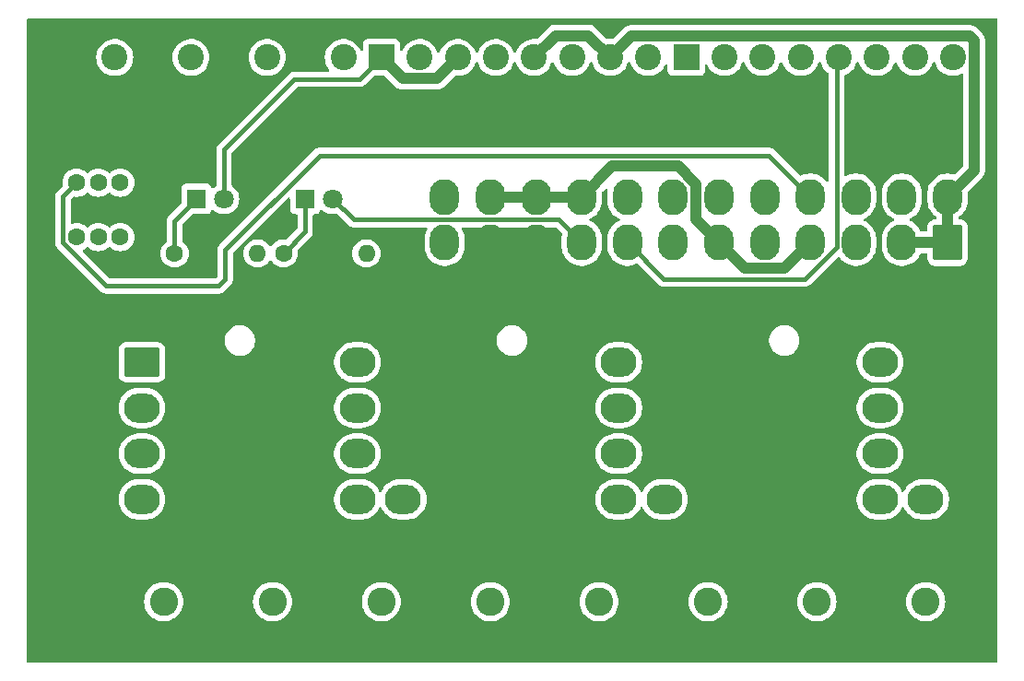
<source format=gtl>
%TF.GenerationSoftware,KiCad,Pcbnew,8.0.6*%
%TF.CreationDate,2024-12-10T23:43:24+09:00*%
%TF.ProjectId,atx_breakout,6174785f-6272-4656-916b-6f75742e6b69,rev?*%
%TF.SameCoordinates,Original*%
%TF.FileFunction,Copper,L1,Top*%
%TF.FilePolarity,Positive*%
%FSLAX46Y46*%
G04 Gerber Fmt 4.6, Leading zero omitted, Abs format (unit mm)*
G04 Created by KiCad (PCBNEW 8.0.6) date 2024-12-10 23:43:24*
%MOMM*%
%LPD*%
G01*
G04 APERTURE LIST*
G04 Aperture macros list*
%AMRoundRect*
0 Rectangle with rounded corners*
0 $1 Rounding radius*
0 $2 $3 $4 $5 $6 $7 $8 $9 X,Y pos of 4 corners*
0 Add a 4 corners polygon primitive as box body*
4,1,4,$2,$3,$4,$5,$6,$7,$8,$9,$2,$3,0*
0 Add four circle primitives for the rounded corners*
1,1,$1+$1,$2,$3*
1,1,$1+$1,$4,$5*
1,1,$1+$1,$6,$7*
1,1,$1+$1,$8,$9*
0 Add four rect primitives between the rounded corners*
20,1,$1+$1,$2,$3,$4,$5,0*
20,1,$1+$1,$4,$5,$6,$7,0*
20,1,$1+$1,$6,$7,$8,$9,0*
20,1,$1+$1,$8,$9,$2,$3,0*%
G04 Aperture macros list end*
%TA.AperFunction,ComponentPad*%
%ADD10RoundRect,0.250001X-1.399999X1.099999X-1.399999X-1.099999X1.399999X-1.099999X1.399999X1.099999X0*%
%TD*%
%TA.AperFunction,ComponentPad*%
%ADD11O,3.300000X2.700000*%
%TD*%
%TA.AperFunction,ComponentPad*%
%ADD12R,1.800000X1.800000*%
%TD*%
%TA.AperFunction,ComponentPad*%
%ADD13C,1.800000*%
%TD*%
%TA.AperFunction,ComponentPad*%
%ADD14C,1.600000*%
%TD*%
%TA.AperFunction,ComponentPad*%
%ADD15O,1.600000X1.600000*%
%TD*%
%TA.AperFunction,ComponentPad*%
%ADD16R,2.400000X2.400000*%
%TD*%
%TA.AperFunction,ComponentPad*%
%ADD17C,2.400000*%
%TD*%
%TA.AperFunction,ComponentPad*%
%ADD18R,2.600000X2.600000*%
%TD*%
%TA.AperFunction,ComponentPad*%
%ADD19C,2.600000*%
%TD*%
%TA.AperFunction,ComponentPad*%
%ADD20RoundRect,0.250001X1.099999X1.399999X-1.099999X1.399999X-1.099999X-1.399999X1.099999X-1.399999X0*%
%TD*%
%TA.AperFunction,ComponentPad*%
%ADD21O,2.700000X3.300000*%
%TD*%
%TA.AperFunction,Conductor*%
%ADD22C,1.000000*%
%TD*%
%TA.AperFunction,Conductor*%
%ADD23C,0.400000*%
%TD*%
G04 APERTURE END LIST*
D10*
%TO.P,J4,1,Pin_1*%
%TO.N,+12V*%
X83000000Y-32000000D03*
D11*
%TO.P,J4,2,Pin_2*%
X83000000Y-36200000D03*
%TO.P,J4,3,Pin_3*%
X83000000Y-40400000D03*
%TO.P,J4,4,Pin_4*%
%TO.N,GND*%
X83000000Y-44600000D03*
%TO.P,J4,5,Pin_5*%
X78800000Y-32000000D03*
%TO.P,J4,6,Pin_6*%
X78800000Y-36200000D03*
%TO.P,J4,7,Pin_7*%
X78800000Y-40400000D03*
%TO.P,J4,8,Pin_8*%
X78800000Y-44600000D03*
%TD*%
D12*
%TO.P,D1,1,K*%
%TO.N,Net-(D1-K)*%
X26000000Y-17000000D03*
D13*
%TO.P,D1,2,A*%
%TO.N,VBUS*%
X28540000Y-17000000D03*
%TD*%
D10*
%TO.P,J2,1,Pin_1*%
%TO.N,+12V*%
X35000000Y-32000000D03*
D11*
%TO.P,J2,2,Pin_2*%
X35000000Y-36200000D03*
%TO.P,J2,3,Pin_3*%
X35000000Y-40400000D03*
%TO.P,J2,4,Pin_4*%
%TO.N,GND*%
X35000000Y-44600000D03*
%TO.P,J2,5,Pin_5*%
X30800000Y-32000000D03*
%TO.P,J2,6,Pin_6*%
X30800000Y-36200000D03*
%TO.P,J2,7,Pin_7*%
X30800000Y-40400000D03*
%TO.P,J2,8,Pin_8*%
X30800000Y-44600000D03*
%TD*%
D10*
%TO.P,J1,1,Pin_1*%
%TO.N,GND*%
X11000000Y-32000000D03*
D11*
%TO.P,J1,2,Pin_2*%
X11000000Y-36200000D03*
%TO.P,J1,3,Pin_3*%
X11000000Y-40400000D03*
%TO.P,J1,4,Pin_4*%
X11000000Y-44600000D03*
%TO.P,J1,5,Pin_5*%
%TO.N,+12V*%
X6800000Y-32000000D03*
%TO.P,J1,6,Pin_6*%
X6800000Y-36200000D03*
%TO.P,J1,7,Pin_7*%
X6800000Y-40400000D03*
%TO.P,J1,8,Pin_8*%
X6800000Y-44600000D03*
%TD*%
D14*
%TO.P,R1,1*%
%TO.N,Net-(D1-K)*%
X24000000Y-22000000D03*
D15*
%TO.P,R1,2*%
%TO.N,GND*%
X31620000Y-22000000D03*
%TD*%
D10*
%TO.P,J3,1,Pin_1*%
%TO.N,+12V*%
X59000000Y-32000000D03*
D11*
%TO.P,J3,2,Pin_2*%
X59000000Y-36200000D03*
%TO.P,J3,3,Pin_3*%
X59000000Y-40400000D03*
%TO.P,J3,4,Pin_4*%
%TO.N,GND*%
X59000000Y-44600000D03*
%TO.P,J3,5,Pin_5*%
X54800000Y-32000000D03*
%TO.P,J3,6,Pin_6*%
X54800000Y-36200000D03*
%TO.P,J3,7,Pin_7*%
X54800000Y-40400000D03*
%TO.P,J3,8,Pin_8*%
X54800000Y-44600000D03*
%TD*%
D14*
%TO.P,R2,1*%
%TO.N,Net-(D2-K)*%
X14000000Y-22000000D03*
D15*
%TO.P,R2,2*%
%TO.N,GND*%
X21620000Y-22000000D03*
%TD*%
D16*
%TO.P,J6,1,Pin_1*%
%TO.N,+12V*%
X5000000Y-4000000D03*
D17*
%TO.P,J6,2,Pin_2*%
%TO.N,GND*%
X8500000Y-4000000D03*
%TO.P,J6,3,Pin_3*%
%TO.N,+12V*%
X12000000Y-4000000D03*
%TO.P,J6,4,Pin_4*%
%TO.N,GND*%
X15500000Y-4000000D03*
%TO.P,J6,5,Pin_5*%
%TO.N,+12V*%
X19000000Y-4000000D03*
%TO.P,J6,6,Pin_6*%
%TO.N,GND*%
X22500000Y-4000000D03*
%TO.P,J6,7,Pin_7*%
%TO.N,+12V*%
X26000000Y-4000000D03*
%TO.P,J6,8,Pin_8*%
%TO.N,GND*%
X29500000Y-4000000D03*
%TD*%
D16*
%TO.P,J8,1,Pin_1*%
%TO.N,-12V*%
X61000000Y-4000000D03*
D17*
%TO.P,J8,2,Pin_2*%
%TO.N,GND*%
X64500000Y-4000000D03*
%TO.P,J8,3,Pin_3*%
%TO.N,VBUS*%
X68000000Y-4000000D03*
%TO.P,J8,4,Pin_4*%
%TO.N,GND*%
X71500000Y-4000000D03*
%TO.P,J8,5,Pin_5*%
%TO.N,/PWR_OK*%
X75000000Y-4000000D03*
%TO.P,J8,6,Pin_6*%
%TO.N,GND*%
X78500000Y-4000000D03*
%TO.P,J8,7,Pin_7*%
X82000000Y-4000000D03*
%TO.P,J8,8,Pin_8*%
X85500000Y-4000000D03*
%TD*%
D16*
%TO.P,J7,1,Pin_1*%
%TO.N,+5V*%
X33000000Y-4000000D03*
D17*
%TO.P,J7,2,Pin_2*%
%TO.N,GND*%
X36500000Y-4000000D03*
%TO.P,J7,3,Pin_3*%
%TO.N,+5V*%
X40000000Y-4000000D03*
%TO.P,J7,4,Pin_4*%
%TO.N,GND*%
X43500000Y-4000000D03*
%TO.P,J7,5,Pin_5*%
%TO.N,+3.3V*%
X47000000Y-4000000D03*
%TO.P,J7,6,Pin_6*%
%TO.N,GND*%
X50500000Y-4000000D03*
%TO.P,J7,7,Pin_7*%
%TO.N,+3.3V*%
X54000000Y-4000000D03*
%TO.P,J7,8,Pin_8*%
%TO.N,GND*%
X57500000Y-4000000D03*
%TD*%
D14*
%TO.P,U1,1*%
%TO.N,GND*%
X9000000Y-15500000D03*
%TO.P,U1,2*%
X7000000Y-15500000D03*
%TO.P,U1,3*%
%TO.N,Net-(J5-PS_ON#)*%
X5000000Y-15500000D03*
%TO.P,U1,4*%
%TO.N,GND*%
X9000000Y-20500000D03*
%TO.P,U1,5*%
X7000000Y-20500000D03*
%TO.P,U1,6*%
X5000000Y-20500000D03*
%TD*%
D18*
%TO.P,J9,1,Pin_1*%
%TO.N,+12V*%
X8000000Y-54000000D03*
D19*
%TO.P,J9,2,Pin_2*%
%TO.N,GND*%
X13000000Y-54000000D03*
%TO.P,J9,3,Pin_3*%
%TO.N,+12V*%
X18000000Y-54000000D03*
%TO.P,J9,4,Pin_4*%
%TO.N,GND*%
X23000000Y-54000000D03*
%TO.P,J9,5,Pin_5*%
%TO.N,+12V*%
X28000000Y-54000000D03*
%TO.P,J9,6,Pin_6*%
%TO.N,GND*%
X33000000Y-54000000D03*
%TO.P,J9,7,Pin_7*%
%TO.N,+12V*%
X38000000Y-54000000D03*
%TO.P,J9,8,Pin_8*%
%TO.N,GND*%
X43000000Y-54000000D03*
%TD*%
D20*
%TO.P,J5,1,+3.3V*%
%TO.N,+3.3V*%
X85000000Y-21000000D03*
D21*
%TO.P,J5,2,+3.3V*%
X80800000Y-21000000D03*
%TO.P,J5,3,GND*%
%TO.N,GND*%
X76600000Y-21000000D03*
%TO.P,J5,4,+5V*%
%TO.N,+5V*%
X72400000Y-21000000D03*
%TO.P,J5,5,GND*%
%TO.N,GND*%
X68200000Y-21000000D03*
%TO.P,J5,6,+5V*%
%TO.N,+5V*%
X64000000Y-21000000D03*
%TO.P,J5,7,GND*%
%TO.N,GND*%
X59800000Y-21000000D03*
%TO.P,J5,8,PWR_OK*%
%TO.N,/PWR_OK*%
X55600000Y-21000000D03*
%TO.P,J5,9,+5VSB*%
%TO.N,VBUS*%
X51400000Y-21000000D03*
%TO.P,J5,10,+12V*%
%TO.N,+12V*%
X47200000Y-21000000D03*
%TO.P,J5,11,+12V*%
X43000000Y-21000000D03*
%TO.P,J5,12,+3.3V*%
%TO.N,+3.3V*%
X38800000Y-21000000D03*
%TO.P,J5,13,+3.3V*%
X85000000Y-16800000D03*
%TO.P,J5,14,-12V*%
%TO.N,-12V*%
X80800000Y-16800000D03*
%TO.P,J5,15,GND*%
%TO.N,GND*%
X76600000Y-16800000D03*
%TO.P,J5,16,PS_ON#*%
%TO.N,Net-(J5-PS_ON#)*%
X72400000Y-16800000D03*
%TO.P,J5,17,GND*%
%TO.N,GND*%
X68200000Y-16800000D03*
%TO.P,J5,18,GND*%
X64000000Y-16800000D03*
%TO.P,J5,19,GND*%
X59800000Y-16800000D03*
%TO.P,J5,20,NC*%
%TO.N,unconnected-(J5-NC-Pad20)*%
X55600000Y-16800000D03*
%TO.P,J5,21,+5V*%
%TO.N,+5V*%
X51400000Y-16800000D03*
%TO.P,J5,22,+5V*%
X47200000Y-16800000D03*
%TO.P,J5,23,+5V*%
X43000000Y-16800000D03*
%TO.P,J5,24,GND*%
%TO.N,GND*%
X38800000Y-16800000D03*
%TD*%
D18*
%TO.P,J10,1,Pin_1*%
%TO.N,+12V*%
X48000000Y-54000000D03*
D19*
%TO.P,J10,2,Pin_2*%
%TO.N,GND*%
X53000000Y-54000000D03*
%TO.P,J10,3,Pin_3*%
%TO.N,+12V*%
X58000000Y-54000000D03*
%TO.P,J10,4,Pin_4*%
%TO.N,GND*%
X63000000Y-54000000D03*
%TO.P,J10,5,Pin_5*%
%TO.N,+12V*%
X68000000Y-54000000D03*
%TO.P,J10,6,Pin_6*%
%TO.N,GND*%
X73000000Y-54000000D03*
%TO.P,J10,7,Pin_7*%
%TO.N,+12V*%
X78000000Y-54000000D03*
%TO.P,J10,8,Pin_8*%
%TO.N,GND*%
X83000000Y-54000000D03*
%TD*%
D12*
%TO.P,D2,1,K*%
%TO.N,Net-(D2-K)*%
X16000000Y-17000000D03*
D13*
%TO.P,D2,2,A*%
%TO.N,+5V*%
X18540000Y-17000000D03*
%TD*%
D22*
%TO.N,+5V*%
X61900000Y-18900000D02*
X61900000Y-15630152D01*
X34950000Y-5950000D02*
X38050000Y-5950000D01*
X51400000Y-16800000D02*
X47200000Y-16800000D01*
X70000000Y-23400000D02*
X66400000Y-23400000D01*
X64000000Y-21000000D02*
X61900000Y-18900000D01*
D23*
X25000000Y-6000000D02*
X31000000Y-6000000D01*
X18540000Y-17000000D02*
X18540000Y-12460000D01*
X18540000Y-12460000D02*
X25000000Y-6000000D01*
D22*
X54200000Y-14000000D02*
X51400000Y-16800000D01*
X60269848Y-14000000D02*
X54200000Y-14000000D01*
D23*
X31000000Y-6000000D02*
X33000000Y-4000000D01*
D22*
X33000000Y-4000000D02*
X34950000Y-5950000D01*
X72400000Y-21000000D02*
X70000000Y-23400000D01*
X47200000Y-16800000D02*
X43000000Y-16800000D01*
X38050000Y-5950000D02*
X40000000Y-4000000D01*
X66400000Y-23400000D02*
X64000000Y-21000000D01*
X61900000Y-15630152D02*
X60269848Y-14000000D01*
%TO.N,+3.3V*%
X87450000Y-2450000D02*
X87050000Y-2050000D01*
X87450000Y-14350000D02*
X87450000Y-2450000D01*
X49000000Y-2000000D02*
X47000000Y-4000000D01*
X85000000Y-21000000D02*
X85000000Y-16800000D01*
X52000000Y-2000000D02*
X49000000Y-2000000D01*
X54000000Y-4000000D02*
X52000000Y-2000000D01*
X87050000Y-2050000D02*
X55950000Y-2050000D01*
X85000000Y-16800000D02*
X87450000Y-14350000D01*
X80800000Y-21000000D02*
X80000000Y-21000000D01*
X55950000Y-2050000D02*
X54000000Y-4000000D01*
X80800000Y-21000000D02*
X85000000Y-21000000D01*
D23*
%TO.N,VBUS*%
X49300000Y-18900000D02*
X30440000Y-18900000D01*
X30440000Y-18900000D02*
X28540000Y-17000000D01*
X51400000Y-21000000D02*
X49300000Y-18900000D01*
%TO.N,Net-(J5-PS_ON#)*%
X68600000Y-13000000D02*
X27300000Y-13000000D01*
X18650000Y-21650000D02*
X18650000Y-24350000D01*
X72400000Y-16800000D02*
X68600000Y-13000000D01*
X3750000Y-21017767D02*
X3750000Y-16750000D01*
X18000000Y-25000000D02*
X7732233Y-25000000D01*
X27300000Y-13000000D02*
X18650000Y-21650000D01*
X18650000Y-24350000D02*
X18000000Y-25000000D01*
X3750000Y-16750000D02*
X5000000Y-15500000D01*
X7732233Y-25000000D02*
X3750000Y-21017767D01*
%TO.N,/PWR_OK*%
X58950000Y-24350000D02*
X71895584Y-24350000D01*
X74800000Y-4200000D02*
X75000000Y-4000000D01*
X74800000Y-21445584D02*
X74800000Y-4200000D01*
X71895584Y-24350000D02*
X74800000Y-21445584D01*
X55600000Y-21000000D02*
X58950000Y-24350000D01*
%TO.N,Net-(D1-K)*%
X26000000Y-20000000D02*
X24000000Y-22000000D01*
X26000000Y-17000000D02*
X26000000Y-20000000D01*
%TO.N,Net-(D2-K)*%
X14000000Y-22000000D02*
X14000000Y-19000000D01*
X14000000Y-19000000D02*
X16000000Y-17000000D01*
%TD*%
%TA.AperFunction,Conductor*%
%TO.N,+12V*%
G36*
X89542539Y-420185D02*
G01*
X89588294Y-472989D01*
X89599500Y-524500D01*
X89599500Y-59475500D01*
X89579815Y-59542539D01*
X89527011Y-59588294D01*
X89475500Y-59599500D01*
X524500Y-59599500D01*
X457461Y-59579815D01*
X411706Y-59527011D01*
X400500Y-59475500D01*
X400500Y-53999995D01*
X11194451Y-53999995D01*
X11194451Y-54000004D01*
X11214616Y-54269101D01*
X11274664Y-54532188D01*
X11274666Y-54532195D01*
X11373257Y-54783398D01*
X11508185Y-55017102D01*
X11644080Y-55187509D01*
X11676442Y-55228089D01*
X11863183Y-55401358D01*
X11874259Y-55411635D01*
X12097226Y-55563651D01*
X12340359Y-55680738D01*
X12598228Y-55760280D01*
X12598229Y-55760280D01*
X12598232Y-55760281D01*
X12865063Y-55800499D01*
X12865068Y-55800499D01*
X12865071Y-55800500D01*
X12865072Y-55800500D01*
X13134928Y-55800500D01*
X13134929Y-55800500D01*
X13134936Y-55800499D01*
X13401767Y-55760281D01*
X13401768Y-55760280D01*
X13401772Y-55760280D01*
X13659641Y-55680738D01*
X13902775Y-55563651D01*
X14125741Y-55411635D01*
X14323561Y-55228085D01*
X14491815Y-55017102D01*
X14626743Y-54783398D01*
X14725334Y-54532195D01*
X14785383Y-54269103D01*
X14805549Y-54000000D01*
X14805549Y-53999995D01*
X21194451Y-53999995D01*
X21194451Y-54000004D01*
X21214616Y-54269101D01*
X21274664Y-54532188D01*
X21274666Y-54532195D01*
X21373257Y-54783398D01*
X21508185Y-55017102D01*
X21644080Y-55187509D01*
X21676442Y-55228089D01*
X21863183Y-55401358D01*
X21874259Y-55411635D01*
X22097226Y-55563651D01*
X22340359Y-55680738D01*
X22598228Y-55760280D01*
X22598229Y-55760280D01*
X22598232Y-55760281D01*
X22865063Y-55800499D01*
X22865068Y-55800499D01*
X22865071Y-55800500D01*
X22865072Y-55800500D01*
X23134928Y-55800500D01*
X23134929Y-55800500D01*
X23134936Y-55800499D01*
X23401767Y-55760281D01*
X23401768Y-55760280D01*
X23401772Y-55760280D01*
X23659641Y-55680738D01*
X23902775Y-55563651D01*
X24125741Y-55411635D01*
X24323561Y-55228085D01*
X24491815Y-55017102D01*
X24626743Y-54783398D01*
X24725334Y-54532195D01*
X24785383Y-54269103D01*
X24805549Y-54000000D01*
X24805549Y-53999995D01*
X31194451Y-53999995D01*
X31194451Y-54000004D01*
X31214616Y-54269101D01*
X31274664Y-54532188D01*
X31274666Y-54532195D01*
X31373257Y-54783398D01*
X31508185Y-55017102D01*
X31644080Y-55187509D01*
X31676442Y-55228089D01*
X31863183Y-55401358D01*
X31874259Y-55411635D01*
X32097226Y-55563651D01*
X32340359Y-55680738D01*
X32598228Y-55760280D01*
X32598229Y-55760280D01*
X32598232Y-55760281D01*
X32865063Y-55800499D01*
X32865068Y-55800499D01*
X32865071Y-55800500D01*
X32865072Y-55800500D01*
X33134928Y-55800500D01*
X33134929Y-55800500D01*
X33134936Y-55800499D01*
X33401767Y-55760281D01*
X33401768Y-55760280D01*
X33401772Y-55760280D01*
X33659641Y-55680738D01*
X33902775Y-55563651D01*
X34125741Y-55411635D01*
X34323561Y-55228085D01*
X34491815Y-55017102D01*
X34626743Y-54783398D01*
X34725334Y-54532195D01*
X34785383Y-54269103D01*
X34805549Y-54000000D01*
X34805549Y-53999995D01*
X41194451Y-53999995D01*
X41194451Y-54000004D01*
X41214616Y-54269101D01*
X41274664Y-54532188D01*
X41274666Y-54532195D01*
X41373257Y-54783398D01*
X41508185Y-55017102D01*
X41644080Y-55187509D01*
X41676442Y-55228089D01*
X41863183Y-55401358D01*
X41874259Y-55411635D01*
X42097226Y-55563651D01*
X42340359Y-55680738D01*
X42598228Y-55760280D01*
X42598229Y-55760280D01*
X42598232Y-55760281D01*
X42865063Y-55800499D01*
X42865068Y-55800499D01*
X42865071Y-55800500D01*
X42865072Y-55800500D01*
X43134928Y-55800500D01*
X43134929Y-55800500D01*
X43134936Y-55800499D01*
X43401767Y-55760281D01*
X43401768Y-55760280D01*
X43401772Y-55760280D01*
X43659641Y-55680738D01*
X43902775Y-55563651D01*
X44125741Y-55411635D01*
X44323561Y-55228085D01*
X44491815Y-55017102D01*
X44626743Y-54783398D01*
X44725334Y-54532195D01*
X44785383Y-54269103D01*
X44805549Y-54000000D01*
X44805549Y-53999995D01*
X51194451Y-53999995D01*
X51194451Y-54000004D01*
X51214616Y-54269101D01*
X51274664Y-54532188D01*
X51274666Y-54532195D01*
X51373257Y-54783398D01*
X51508185Y-55017102D01*
X51644080Y-55187509D01*
X51676442Y-55228089D01*
X51863183Y-55401358D01*
X51874259Y-55411635D01*
X52097226Y-55563651D01*
X52340359Y-55680738D01*
X52598228Y-55760280D01*
X52598229Y-55760280D01*
X52598232Y-55760281D01*
X52865063Y-55800499D01*
X52865068Y-55800499D01*
X52865071Y-55800500D01*
X52865072Y-55800500D01*
X53134928Y-55800500D01*
X53134929Y-55800500D01*
X53134936Y-55800499D01*
X53401767Y-55760281D01*
X53401768Y-55760280D01*
X53401772Y-55760280D01*
X53659641Y-55680738D01*
X53902775Y-55563651D01*
X54125741Y-55411635D01*
X54323561Y-55228085D01*
X54491815Y-55017102D01*
X54626743Y-54783398D01*
X54725334Y-54532195D01*
X54785383Y-54269103D01*
X54805549Y-54000000D01*
X54805549Y-53999995D01*
X61194451Y-53999995D01*
X61194451Y-54000004D01*
X61214616Y-54269101D01*
X61274664Y-54532188D01*
X61274666Y-54532195D01*
X61373257Y-54783398D01*
X61508185Y-55017102D01*
X61644080Y-55187509D01*
X61676442Y-55228089D01*
X61863183Y-55401358D01*
X61874259Y-55411635D01*
X62097226Y-55563651D01*
X62340359Y-55680738D01*
X62598228Y-55760280D01*
X62598229Y-55760280D01*
X62598232Y-55760281D01*
X62865063Y-55800499D01*
X62865068Y-55800499D01*
X62865071Y-55800500D01*
X62865072Y-55800500D01*
X63134928Y-55800500D01*
X63134929Y-55800500D01*
X63134936Y-55800499D01*
X63401767Y-55760281D01*
X63401768Y-55760280D01*
X63401772Y-55760280D01*
X63659641Y-55680738D01*
X63902775Y-55563651D01*
X64125741Y-55411635D01*
X64323561Y-55228085D01*
X64491815Y-55017102D01*
X64626743Y-54783398D01*
X64725334Y-54532195D01*
X64785383Y-54269103D01*
X64805549Y-54000000D01*
X64805549Y-53999995D01*
X71194451Y-53999995D01*
X71194451Y-54000004D01*
X71214616Y-54269101D01*
X71274664Y-54532188D01*
X71274666Y-54532195D01*
X71373257Y-54783398D01*
X71508185Y-55017102D01*
X71644080Y-55187509D01*
X71676442Y-55228089D01*
X71863183Y-55401358D01*
X71874259Y-55411635D01*
X72097226Y-55563651D01*
X72340359Y-55680738D01*
X72598228Y-55760280D01*
X72598229Y-55760280D01*
X72598232Y-55760281D01*
X72865063Y-55800499D01*
X72865068Y-55800499D01*
X72865071Y-55800500D01*
X72865072Y-55800500D01*
X73134928Y-55800500D01*
X73134929Y-55800500D01*
X73134936Y-55800499D01*
X73401767Y-55760281D01*
X73401768Y-55760280D01*
X73401772Y-55760280D01*
X73659641Y-55680738D01*
X73902775Y-55563651D01*
X74125741Y-55411635D01*
X74323561Y-55228085D01*
X74491815Y-55017102D01*
X74626743Y-54783398D01*
X74725334Y-54532195D01*
X74785383Y-54269103D01*
X74805549Y-54000000D01*
X74805549Y-53999995D01*
X81194451Y-53999995D01*
X81194451Y-54000004D01*
X81214616Y-54269101D01*
X81274664Y-54532188D01*
X81274666Y-54532195D01*
X81373257Y-54783398D01*
X81508185Y-55017102D01*
X81644080Y-55187509D01*
X81676442Y-55228089D01*
X81863183Y-55401358D01*
X81874259Y-55411635D01*
X82097226Y-55563651D01*
X82340359Y-55680738D01*
X82598228Y-55760280D01*
X82598229Y-55760280D01*
X82598232Y-55760281D01*
X82865063Y-55800499D01*
X82865068Y-55800499D01*
X82865071Y-55800500D01*
X82865072Y-55800500D01*
X83134928Y-55800500D01*
X83134929Y-55800500D01*
X83134936Y-55800499D01*
X83401767Y-55760281D01*
X83401768Y-55760280D01*
X83401772Y-55760280D01*
X83659641Y-55680738D01*
X83902775Y-55563651D01*
X84125741Y-55411635D01*
X84323561Y-55228085D01*
X84491815Y-55017102D01*
X84626743Y-54783398D01*
X84725334Y-54532195D01*
X84785383Y-54269103D01*
X84805549Y-54000000D01*
X84785383Y-53730897D01*
X84725334Y-53467805D01*
X84626743Y-53216602D01*
X84491815Y-52982898D01*
X84323561Y-52771915D01*
X84323560Y-52771914D01*
X84323557Y-52771910D01*
X84125741Y-52588365D01*
X83902775Y-52436349D01*
X83902769Y-52436346D01*
X83902768Y-52436345D01*
X83902767Y-52436344D01*
X83659643Y-52319263D01*
X83659645Y-52319263D01*
X83401773Y-52239720D01*
X83401767Y-52239718D01*
X83134936Y-52199500D01*
X83134929Y-52199500D01*
X82865071Y-52199500D01*
X82865063Y-52199500D01*
X82598232Y-52239718D01*
X82598226Y-52239720D01*
X82340358Y-52319262D01*
X82097230Y-52436346D01*
X81874258Y-52588365D01*
X81676442Y-52771910D01*
X81508185Y-52982898D01*
X81373258Y-53216599D01*
X81373256Y-53216603D01*
X81274666Y-53467804D01*
X81274664Y-53467811D01*
X81214616Y-53730898D01*
X81194451Y-53999995D01*
X74805549Y-53999995D01*
X74785383Y-53730897D01*
X74725334Y-53467805D01*
X74626743Y-53216602D01*
X74491815Y-52982898D01*
X74323561Y-52771915D01*
X74323560Y-52771914D01*
X74323557Y-52771910D01*
X74125741Y-52588365D01*
X73902775Y-52436349D01*
X73902769Y-52436346D01*
X73902768Y-52436345D01*
X73902767Y-52436344D01*
X73659643Y-52319263D01*
X73659645Y-52319263D01*
X73401773Y-52239720D01*
X73401767Y-52239718D01*
X73134936Y-52199500D01*
X73134929Y-52199500D01*
X72865071Y-52199500D01*
X72865063Y-52199500D01*
X72598232Y-52239718D01*
X72598226Y-52239720D01*
X72340358Y-52319262D01*
X72097230Y-52436346D01*
X71874258Y-52588365D01*
X71676442Y-52771910D01*
X71508185Y-52982898D01*
X71373258Y-53216599D01*
X71373256Y-53216603D01*
X71274666Y-53467804D01*
X71274664Y-53467811D01*
X71214616Y-53730898D01*
X71194451Y-53999995D01*
X64805549Y-53999995D01*
X64785383Y-53730897D01*
X64725334Y-53467805D01*
X64626743Y-53216602D01*
X64491815Y-52982898D01*
X64323561Y-52771915D01*
X64323560Y-52771914D01*
X64323557Y-52771910D01*
X64125741Y-52588365D01*
X63902775Y-52436349D01*
X63902769Y-52436346D01*
X63902768Y-52436345D01*
X63902767Y-52436344D01*
X63659643Y-52319263D01*
X63659645Y-52319263D01*
X63401773Y-52239720D01*
X63401767Y-52239718D01*
X63134936Y-52199500D01*
X63134929Y-52199500D01*
X62865071Y-52199500D01*
X62865063Y-52199500D01*
X62598232Y-52239718D01*
X62598226Y-52239720D01*
X62340358Y-52319262D01*
X62097230Y-52436346D01*
X61874258Y-52588365D01*
X61676442Y-52771910D01*
X61508185Y-52982898D01*
X61373258Y-53216599D01*
X61373256Y-53216603D01*
X61274666Y-53467804D01*
X61274664Y-53467811D01*
X61214616Y-53730898D01*
X61194451Y-53999995D01*
X54805549Y-53999995D01*
X54785383Y-53730897D01*
X54725334Y-53467805D01*
X54626743Y-53216602D01*
X54491815Y-52982898D01*
X54323561Y-52771915D01*
X54323560Y-52771914D01*
X54323557Y-52771910D01*
X54125741Y-52588365D01*
X53902775Y-52436349D01*
X53902769Y-52436346D01*
X53902768Y-52436345D01*
X53902767Y-52436344D01*
X53659643Y-52319263D01*
X53659645Y-52319263D01*
X53401773Y-52239720D01*
X53401767Y-52239718D01*
X53134936Y-52199500D01*
X53134929Y-52199500D01*
X52865071Y-52199500D01*
X52865063Y-52199500D01*
X52598232Y-52239718D01*
X52598226Y-52239720D01*
X52340358Y-52319262D01*
X52097230Y-52436346D01*
X51874258Y-52588365D01*
X51676442Y-52771910D01*
X51508185Y-52982898D01*
X51373258Y-53216599D01*
X51373256Y-53216603D01*
X51274666Y-53467804D01*
X51274664Y-53467811D01*
X51214616Y-53730898D01*
X51194451Y-53999995D01*
X44805549Y-53999995D01*
X44785383Y-53730897D01*
X44725334Y-53467805D01*
X44626743Y-53216602D01*
X44491815Y-52982898D01*
X44323561Y-52771915D01*
X44323560Y-52771914D01*
X44323557Y-52771910D01*
X44125741Y-52588365D01*
X43902775Y-52436349D01*
X43902769Y-52436346D01*
X43902768Y-52436345D01*
X43902767Y-52436344D01*
X43659643Y-52319263D01*
X43659645Y-52319263D01*
X43401773Y-52239720D01*
X43401767Y-52239718D01*
X43134936Y-52199500D01*
X43134929Y-52199500D01*
X42865071Y-52199500D01*
X42865063Y-52199500D01*
X42598232Y-52239718D01*
X42598226Y-52239720D01*
X42340358Y-52319262D01*
X42097230Y-52436346D01*
X41874258Y-52588365D01*
X41676442Y-52771910D01*
X41508185Y-52982898D01*
X41373258Y-53216599D01*
X41373256Y-53216603D01*
X41274666Y-53467804D01*
X41274664Y-53467811D01*
X41214616Y-53730898D01*
X41194451Y-53999995D01*
X34805549Y-53999995D01*
X34785383Y-53730897D01*
X34725334Y-53467805D01*
X34626743Y-53216602D01*
X34491815Y-52982898D01*
X34323561Y-52771915D01*
X34323560Y-52771914D01*
X34323557Y-52771910D01*
X34125741Y-52588365D01*
X33902775Y-52436349D01*
X33902769Y-52436346D01*
X33902768Y-52436345D01*
X33902767Y-52436344D01*
X33659643Y-52319263D01*
X33659645Y-52319263D01*
X33401773Y-52239720D01*
X33401767Y-52239718D01*
X33134936Y-52199500D01*
X33134929Y-52199500D01*
X32865071Y-52199500D01*
X32865063Y-52199500D01*
X32598232Y-52239718D01*
X32598226Y-52239720D01*
X32340358Y-52319262D01*
X32097230Y-52436346D01*
X31874258Y-52588365D01*
X31676442Y-52771910D01*
X31508185Y-52982898D01*
X31373258Y-53216599D01*
X31373256Y-53216603D01*
X31274666Y-53467804D01*
X31274664Y-53467811D01*
X31214616Y-53730898D01*
X31194451Y-53999995D01*
X24805549Y-53999995D01*
X24785383Y-53730897D01*
X24725334Y-53467805D01*
X24626743Y-53216602D01*
X24491815Y-52982898D01*
X24323561Y-52771915D01*
X24323560Y-52771914D01*
X24323557Y-52771910D01*
X24125741Y-52588365D01*
X23902775Y-52436349D01*
X23902769Y-52436346D01*
X23902768Y-52436345D01*
X23902767Y-52436344D01*
X23659643Y-52319263D01*
X23659645Y-52319263D01*
X23401773Y-52239720D01*
X23401767Y-52239718D01*
X23134936Y-52199500D01*
X23134929Y-52199500D01*
X22865071Y-52199500D01*
X22865063Y-52199500D01*
X22598232Y-52239718D01*
X22598226Y-52239720D01*
X22340358Y-52319262D01*
X22097230Y-52436346D01*
X21874258Y-52588365D01*
X21676442Y-52771910D01*
X21508185Y-52982898D01*
X21373258Y-53216599D01*
X21373256Y-53216603D01*
X21274666Y-53467804D01*
X21274664Y-53467811D01*
X21214616Y-53730898D01*
X21194451Y-53999995D01*
X14805549Y-53999995D01*
X14785383Y-53730897D01*
X14725334Y-53467805D01*
X14626743Y-53216602D01*
X14491815Y-52982898D01*
X14323561Y-52771915D01*
X14323560Y-52771914D01*
X14323557Y-52771910D01*
X14125741Y-52588365D01*
X13902775Y-52436349D01*
X13902769Y-52436346D01*
X13902768Y-52436345D01*
X13902767Y-52436344D01*
X13659643Y-52319263D01*
X13659645Y-52319263D01*
X13401773Y-52239720D01*
X13401767Y-52239718D01*
X13134936Y-52199500D01*
X13134929Y-52199500D01*
X12865071Y-52199500D01*
X12865063Y-52199500D01*
X12598232Y-52239718D01*
X12598226Y-52239720D01*
X12340358Y-52319262D01*
X12097230Y-52436346D01*
X11874258Y-52588365D01*
X11676442Y-52771910D01*
X11508185Y-52982898D01*
X11373258Y-53216599D01*
X11373256Y-53216603D01*
X11274666Y-53467804D01*
X11274664Y-53467811D01*
X11214616Y-53730898D01*
X11194451Y-53999995D01*
X400500Y-53999995D01*
X400500Y-44478711D01*
X8849500Y-44478711D01*
X8849500Y-44721288D01*
X8881161Y-44961785D01*
X8943947Y-45196104D01*
X9014561Y-45366581D01*
X9036776Y-45420212D01*
X9158064Y-45630289D01*
X9158066Y-45630292D01*
X9158067Y-45630293D01*
X9305733Y-45822736D01*
X9305739Y-45822743D01*
X9477256Y-45994260D01*
X9477262Y-45994265D01*
X9669711Y-46141936D01*
X9879788Y-46263224D01*
X10103900Y-46356054D01*
X10338211Y-46418838D01*
X10518586Y-46442584D01*
X10578711Y-46450500D01*
X10578712Y-46450500D01*
X11421289Y-46450500D01*
X11469388Y-46444167D01*
X11661789Y-46418838D01*
X11896100Y-46356054D01*
X12120212Y-46263224D01*
X12330289Y-46141936D01*
X12522738Y-45994265D01*
X12694265Y-45822738D01*
X12841936Y-45630289D01*
X12963224Y-45420212D01*
X13056054Y-45196100D01*
X13118838Y-44961789D01*
X13150500Y-44721288D01*
X13150500Y-44478712D01*
X13150500Y-44478711D01*
X28649500Y-44478711D01*
X28649500Y-44721288D01*
X28681161Y-44961785D01*
X28743947Y-45196104D01*
X28814561Y-45366581D01*
X28836776Y-45420212D01*
X28958064Y-45630289D01*
X28958066Y-45630292D01*
X28958067Y-45630293D01*
X29105733Y-45822736D01*
X29105739Y-45822743D01*
X29277256Y-45994260D01*
X29277262Y-45994265D01*
X29469711Y-46141936D01*
X29679788Y-46263224D01*
X29903900Y-46356054D01*
X30138211Y-46418838D01*
X30318586Y-46442584D01*
X30378711Y-46450500D01*
X30378712Y-46450500D01*
X31221289Y-46450500D01*
X31269388Y-46444167D01*
X31461789Y-46418838D01*
X31696100Y-46356054D01*
X31920212Y-46263224D01*
X32130289Y-46141936D01*
X32322738Y-45994265D01*
X32494265Y-45822738D01*
X32641936Y-45630289D01*
X32763224Y-45420212D01*
X32785439Y-45366581D01*
X32829279Y-45312177D01*
X32895573Y-45290112D01*
X32963273Y-45307391D01*
X33010884Y-45358528D01*
X33014561Y-45366581D01*
X33036770Y-45420200D01*
X33036773Y-45420205D01*
X33036776Y-45420212D01*
X33158064Y-45630289D01*
X33158066Y-45630292D01*
X33158067Y-45630293D01*
X33305733Y-45822736D01*
X33305739Y-45822743D01*
X33477256Y-45994260D01*
X33477262Y-45994265D01*
X33669711Y-46141936D01*
X33879788Y-46263224D01*
X34103900Y-46356054D01*
X34338211Y-46418838D01*
X34518586Y-46442584D01*
X34578711Y-46450500D01*
X34578712Y-46450500D01*
X35421289Y-46450500D01*
X35469388Y-46444167D01*
X35661789Y-46418838D01*
X35896100Y-46356054D01*
X36120212Y-46263224D01*
X36330289Y-46141936D01*
X36522738Y-45994265D01*
X36694265Y-45822738D01*
X36841936Y-45630289D01*
X36963224Y-45420212D01*
X37056054Y-45196100D01*
X37118838Y-44961789D01*
X37150500Y-44721288D01*
X37150500Y-44478712D01*
X37150500Y-44478711D01*
X52649500Y-44478711D01*
X52649500Y-44721288D01*
X52681161Y-44961785D01*
X52743947Y-45196104D01*
X52814561Y-45366581D01*
X52836776Y-45420212D01*
X52958064Y-45630289D01*
X52958066Y-45630292D01*
X52958067Y-45630293D01*
X53105733Y-45822736D01*
X53105739Y-45822743D01*
X53277256Y-45994260D01*
X53277262Y-45994265D01*
X53469711Y-46141936D01*
X53679788Y-46263224D01*
X53903900Y-46356054D01*
X54138211Y-46418838D01*
X54318586Y-46442584D01*
X54378711Y-46450500D01*
X54378712Y-46450500D01*
X55221289Y-46450500D01*
X55269388Y-46444167D01*
X55461789Y-46418838D01*
X55696100Y-46356054D01*
X55920212Y-46263224D01*
X56130289Y-46141936D01*
X56322738Y-45994265D01*
X56494265Y-45822738D01*
X56641936Y-45630289D01*
X56763224Y-45420212D01*
X56785439Y-45366581D01*
X56829279Y-45312177D01*
X56895573Y-45290112D01*
X56963273Y-45307391D01*
X57010884Y-45358528D01*
X57014561Y-45366581D01*
X57036770Y-45420200D01*
X57036773Y-45420205D01*
X57036776Y-45420212D01*
X57158064Y-45630289D01*
X57158066Y-45630292D01*
X57158067Y-45630293D01*
X57305733Y-45822736D01*
X57305739Y-45822743D01*
X57477256Y-45994260D01*
X57477262Y-45994265D01*
X57669711Y-46141936D01*
X57879788Y-46263224D01*
X58103900Y-46356054D01*
X58338211Y-46418838D01*
X58518586Y-46442584D01*
X58578711Y-46450500D01*
X58578712Y-46450500D01*
X59421289Y-46450500D01*
X59469388Y-46444167D01*
X59661789Y-46418838D01*
X59896100Y-46356054D01*
X60120212Y-46263224D01*
X60330289Y-46141936D01*
X60522738Y-45994265D01*
X60694265Y-45822738D01*
X60841936Y-45630289D01*
X60963224Y-45420212D01*
X61056054Y-45196100D01*
X61118838Y-44961789D01*
X61150500Y-44721288D01*
X61150500Y-44478712D01*
X61150500Y-44478711D01*
X76649500Y-44478711D01*
X76649500Y-44721288D01*
X76681161Y-44961785D01*
X76743947Y-45196104D01*
X76814561Y-45366581D01*
X76836776Y-45420212D01*
X76958064Y-45630289D01*
X76958066Y-45630292D01*
X76958067Y-45630293D01*
X77105733Y-45822736D01*
X77105739Y-45822743D01*
X77277256Y-45994260D01*
X77277262Y-45994265D01*
X77469711Y-46141936D01*
X77679788Y-46263224D01*
X77903900Y-46356054D01*
X78138211Y-46418838D01*
X78318586Y-46442584D01*
X78378711Y-46450500D01*
X78378712Y-46450500D01*
X79221289Y-46450500D01*
X79269388Y-46444167D01*
X79461789Y-46418838D01*
X79696100Y-46356054D01*
X79920212Y-46263224D01*
X80130289Y-46141936D01*
X80322738Y-45994265D01*
X80494265Y-45822738D01*
X80641936Y-45630289D01*
X80763224Y-45420212D01*
X80785439Y-45366581D01*
X80829279Y-45312177D01*
X80895573Y-45290112D01*
X80963273Y-45307391D01*
X81010884Y-45358528D01*
X81014561Y-45366581D01*
X81036770Y-45420200D01*
X81036773Y-45420205D01*
X81036776Y-45420212D01*
X81158064Y-45630289D01*
X81158066Y-45630292D01*
X81158067Y-45630293D01*
X81305733Y-45822736D01*
X81305739Y-45822743D01*
X81477256Y-45994260D01*
X81477262Y-45994265D01*
X81669711Y-46141936D01*
X81879788Y-46263224D01*
X82103900Y-46356054D01*
X82338211Y-46418838D01*
X82518586Y-46442584D01*
X82578711Y-46450500D01*
X82578712Y-46450500D01*
X83421289Y-46450500D01*
X83469388Y-46444167D01*
X83661789Y-46418838D01*
X83896100Y-46356054D01*
X84120212Y-46263224D01*
X84330289Y-46141936D01*
X84522738Y-45994265D01*
X84694265Y-45822738D01*
X84841936Y-45630289D01*
X84963224Y-45420212D01*
X85056054Y-45196100D01*
X85118838Y-44961789D01*
X85150500Y-44721288D01*
X85150500Y-44478712D01*
X85118838Y-44238211D01*
X85056054Y-44003900D01*
X84963224Y-43779788D01*
X84841936Y-43569711D01*
X84694265Y-43377262D01*
X84694260Y-43377256D01*
X84522743Y-43205739D01*
X84522736Y-43205733D01*
X84330293Y-43058067D01*
X84330292Y-43058066D01*
X84330289Y-43058064D01*
X84120212Y-42936776D01*
X84120205Y-42936773D01*
X83896104Y-42843947D01*
X83661785Y-42781161D01*
X83421289Y-42749500D01*
X83421288Y-42749500D01*
X82578712Y-42749500D01*
X82578711Y-42749500D01*
X82338214Y-42781161D01*
X82103895Y-42843947D01*
X81879794Y-42936773D01*
X81879785Y-42936777D01*
X81669706Y-43058067D01*
X81477263Y-43205733D01*
X81477256Y-43205739D01*
X81305739Y-43377256D01*
X81305733Y-43377263D01*
X81158067Y-43569706D01*
X81036777Y-43779785D01*
X81036773Y-43779794D01*
X81014561Y-43833419D01*
X80970720Y-43887822D01*
X80904426Y-43909887D01*
X80836726Y-43892608D01*
X80789116Y-43841471D01*
X80785439Y-43833419D01*
X80763226Y-43779794D01*
X80763224Y-43779788D01*
X80641936Y-43569711D01*
X80494265Y-43377262D01*
X80494260Y-43377256D01*
X80322743Y-43205739D01*
X80322736Y-43205733D01*
X80130293Y-43058067D01*
X80130292Y-43058066D01*
X80130289Y-43058064D01*
X79920212Y-42936776D01*
X79920205Y-42936773D01*
X79696104Y-42843947D01*
X79461785Y-42781161D01*
X79221289Y-42749500D01*
X79221288Y-42749500D01*
X78378712Y-42749500D01*
X78378711Y-42749500D01*
X78138214Y-42781161D01*
X77903895Y-42843947D01*
X77679794Y-42936773D01*
X77679785Y-42936777D01*
X77469706Y-43058067D01*
X77277263Y-43205733D01*
X77277256Y-43205739D01*
X77105739Y-43377256D01*
X77105733Y-43377263D01*
X76958067Y-43569706D01*
X76836777Y-43779785D01*
X76836773Y-43779794D01*
X76743947Y-44003895D01*
X76681161Y-44238214D01*
X76649500Y-44478711D01*
X61150500Y-44478711D01*
X61118838Y-44238211D01*
X61056054Y-44003900D01*
X60963224Y-43779788D01*
X60841936Y-43569711D01*
X60694265Y-43377262D01*
X60694260Y-43377256D01*
X60522743Y-43205739D01*
X60522736Y-43205733D01*
X60330293Y-43058067D01*
X60330292Y-43058066D01*
X60330289Y-43058064D01*
X60120212Y-42936776D01*
X60120205Y-42936773D01*
X59896104Y-42843947D01*
X59661785Y-42781161D01*
X59421289Y-42749500D01*
X59421288Y-42749500D01*
X58578712Y-42749500D01*
X58578711Y-42749500D01*
X58338214Y-42781161D01*
X58103895Y-42843947D01*
X57879794Y-42936773D01*
X57879785Y-42936777D01*
X57669706Y-43058067D01*
X57477263Y-43205733D01*
X57477256Y-43205739D01*
X57305739Y-43377256D01*
X57305733Y-43377263D01*
X57158067Y-43569706D01*
X57036777Y-43779785D01*
X57036773Y-43779794D01*
X57014561Y-43833419D01*
X56970720Y-43887822D01*
X56904426Y-43909887D01*
X56836726Y-43892608D01*
X56789116Y-43841471D01*
X56785439Y-43833419D01*
X56763226Y-43779794D01*
X56763224Y-43779788D01*
X56641936Y-43569711D01*
X56494265Y-43377262D01*
X56494260Y-43377256D01*
X56322743Y-43205739D01*
X56322736Y-43205733D01*
X56130293Y-43058067D01*
X56130292Y-43058066D01*
X56130289Y-43058064D01*
X55920212Y-42936776D01*
X55920205Y-42936773D01*
X55696104Y-42843947D01*
X55461785Y-42781161D01*
X55221289Y-42749500D01*
X55221288Y-42749500D01*
X54378712Y-42749500D01*
X54378711Y-42749500D01*
X54138214Y-42781161D01*
X53903895Y-42843947D01*
X53679794Y-42936773D01*
X53679785Y-42936777D01*
X53469706Y-43058067D01*
X53277263Y-43205733D01*
X53277256Y-43205739D01*
X53105739Y-43377256D01*
X53105733Y-43377263D01*
X52958067Y-43569706D01*
X52836777Y-43779785D01*
X52836773Y-43779794D01*
X52743947Y-44003895D01*
X52681161Y-44238214D01*
X52649500Y-44478711D01*
X37150500Y-44478711D01*
X37118838Y-44238211D01*
X37056054Y-44003900D01*
X36963224Y-43779788D01*
X36841936Y-43569711D01*
X36694265Y-43377262D01*
X36694260Y-43377256D01*
X36522743Y-43205739D01*
X36522736Y-43205733D01*
X36330293Y-43058067D01*
X36330292Y-43058066D01*
X36330289Y-43058064D01*
X36120212Y-42936776D01*
X36120205Y-42936773D01*
X35896104Y-42843947D01*
X35661785Y-42781161D01*
X35421289Y-42749500D01*
X35421288Y-42749500D01*
X34578712Y-42749500D01*
X34578711Y-42749500D01*
X34338214Y-42781161D01*
X34103895Y-42843947D01*
X33879794Y-42936773D01*
X33879785Y-42936777D01*
X33669706Y-43058067D01*
X33477263Y-43205733D01*
X33477256Y-43205739D01*
X33305739Y-43377256D01*
X33305733Y-43377263D01*
X33158067Y-43569706D01*
X33036777Y-43779785D01*
X33036773Y-43779794D01*
X33014561Y-43833419D01*
X32970720Y-43887822D01*
X32904426Y-43909887D01*
X32836726Y-43892608D01*
X32789116Y-43841471D01*
X32785439Y-43833419D01*
X32763226Y-43779794D01*
X32763224Y-43779788D01*
X32641936Y-43569711D01*
X32494265Y-43377262D01*
X32494260Y-43377256D01*
X32322743Y-43205739D01*
X32322736Y-43205733D01*
X32130293Y-43058067D01*
X32130292Y-43058066D01*
X32130289Y-43058064D01*
X31920212Y-42936776D01*
X31920205Y-42936773D01*
X31696104Y-42843947D01*
X31461785Y-42781161D01*
X31221289Y-42749500D01*
X31221288Y-42749500D01*
X30378712Y-42749500D01*
X30378711Y-42749500D01*
X30138214Y-42781161D01*
X29903895Y-42843947D01*
X29679794Y-42936773D01*
X29679785Y-42936777D01*
X29469706Y-43058067D01*
X29277263Y-43205733D01*
X29277256Y-43205739D01*
X29105739Y-43377256D01*
X29105733Y-43377263D01*
X28958067Y-43569706D01*
X28836777Y-43779785D01*
X28836773Y-43779794D01*
X28743947Y-44003895D01*
X28681161Y-44238214D01*
X28649500Y-44478711D01*
X13150500Y-44478711D01*
X13118838Y-44238211D01*
X13056054Y-44003900D01*
X12963224Y-43779788D01*
X12841936Y-43569711D01*
X12694265Y-43377262D01*
X12694260Y-43377256D01*
X12522743Y-43205739D01*
X12522736Y-43205733D01*
X12330293Y-43058067D01*
X12330292Y-43058066D01*
X12330289Y-43058064D01*
X12120212Y-42936776D01*
X12120205Y-42936773D01*
X11896104Y-42843947D01*
X11661785Y-42781161D01*
X11421289Y-42749500D01*
X11421288Y-42749500D01*
X10578712Y-42749500D01*
X10578711Y-42749500D01*
X10338214Y-42781161D01*
X10103895Y-42843947D01*
X9879794Y-42936773D01*
X9879785Y-42936777D01*
X9669706Y-43058067D01*
X9477263Y-43205733D01*
X9477256Y-43205739D01*
X9305739Y-43377256D01*
X9305733Y-43377263D01*
X9158067Y-43569706D01*
X9036777Y-43779785D01*
X9036773Y-43779794D01*
X8943947Y-44003895D01*
X8881161Y-44238214D01*
X8849500Y-44478711D01*
X400500Y-44478711D01*
X400500Y-40278711D01*
X8849500Y-40278711D01*
X8849500Y-40521288D01*
X8881161Y-40761785D01*
X8943947Y-40996104D01*
X9036773Y-41220205D01*
X9036776Y-41220212D01*
X9158064Y-41430289D01*
X9158066Y-41430292D01*
X9158067Y-41430293D01*
X9305733Y-41622736D01*
X9305739Y-41622743D01*
X9477256Y-41794260D01*
X9477262Y-41794265D01*
X9669711Y-41941936D01*
X9879788Y-42063224D01*
X10103900Y-42156054D01*
X10338211Y-42218838D01*
X10518586Y-42242584D01*
X10578711Y-42250500D01*
X10578712Y-42250500D01*
X11421289Y-42250500D01*
X11469388Y-42244167D01*
X11661789Y-42218838D01*
X11896100Y-42156054D01*
X12120212Y-42063224D01*
X12330289Y-41941936D01*
X12522738Y-41794265D01*
X12694265Y-41622738D01*
X12841936Y-41430289D01*
X12963224Y-41220212D01*
X13056054Y-40996100D01*
X13118838Y-40761789D01*
X13150500Y-40521288D01*
X13150500Y-40278712D01*
X13150500Y-40278711D01*
X28649500Y-40278711D01*
X28649500Y-40521288D01*
X28681161Y-40761785D01*
X28743947Y-40996104D01*
X28836773Y-41220205D01*
X28836776Y-41220212D01*
X28958064Y-41430289D01*
X28958066Y-41430292D01*
X28958067Y-41430293D01*
X29105733Y-41622736D01*
X29105739Y-41622743D01*
X29277256Y-41794260D01*
X29277262Y-41794265D01*
X29469711Y-41941936D01*
X29679788Y-42063224D01*
X29903900Y-42156054D01*
X30138211Y-42218838D01*
X30318586Y-42242584D01*
X30378711Y-42250500D01*
X30378712Y-42250500D01*
X31221289Y-42250500D01*
X31269388Y-42244167D01*
X31461789Y-42218838D01*
X31696100Y-42156054D01*
X31920212Y-42063224D01*
X32130289Y-41941936D01*
X32322738Y-41794265D01*
X32494265Y-41622738D01*
X32641936Y-41430289D01*
X32763224Y-41220212D01*
X32856054Y-40996100D01*
X32918838Y-40761789D01*
X32950500Y-40521288D01*
X32950500Y-40278712D01*
X32950500Y-40278711D01*
X52649500Y-40278711D01*
X52649500Y-40521288D01*
X52681161Y-40761785D01*
X52743947Y-40996104D01*
X52836773Y-41220205D01*
X52836776Y-41220212D01*
X52958064Y-41430289D01*
X52958066Y-41430292D01*
X52958067Y-41430293D01*
X53105733Y-41622736D01*
X53105739Y-41622743D01*
X53277256Y-41794260D01*
X53277262Y-41794265D01*
X53469711Y-41941936D01*
X53679788Y-42063224D01*
X53903900Y-42156054D01*
X54138211Y-42218838D01*
X54318586Y-42242584D01*
X54378711Y-42250500D01*
X54378712Y-42250500D01*
X55221289Y-42250500D01*
X55269388Y-42244167D01*
X55461789Y-42218838D01*
X55696100Y-42156054D01*
X55920212Y-42063224D01*
X56130289Y-41941936D01*
X56322738Y-41794265D01*
X56494265Y-41622738D01*
X56641936Y-41430289D01*
X56763224Y-41220212D01*
X56856054Y-40996100D01*
X56918838Y-40761789D01*
X56950500Y-40521288D01*
X56950500Y-40278712D01*
X56950500Y-40278711D01*
X76649500Y-40278711D01*
X76649500Y-40521288D01*
X76681161Y-40761785D01*
X76743947Y-40996104D01*
X76836773Y-41220205D01*
X76836776Y-41220212D01*
X76958064Y-41430289D01*
X76958066Y-41430292D01*
X76958067Y-41430293D01*
X77105733Y-41622736D01*
X77105739Y-41622743D01*
X77277256Y-41794260D01*
X77277262Y-41794265D01*
X77469711Y-41941936D01*
X77679788Y-42063224D01*
X77903900Y-42156054D01*
X78138211Y-42218838D01*
X78318586Y-42242584D01*
X78378711Y-42250500D01*
X78378712Y-42250500D01*
X79221289Y-42250500D01*
X79269388Y-42244167D01*
X79461789Y-42218838D01*
X79696100Y-42156054D01*
X79920212Y-42063224D01*
X80130289Y-41941936D01*
X80322738Y-41794265D01*
X80494265Y-41622738D01*
X80641936Y-41430289D01*
X80763224Y-41220212D01*
X80856054Y-40996100D01*
X80918838Y-40761789D01*
X80950500Y-40521288D01*
X80950500Y-40278712D01*
X80918838Y-40038211D01*
X80856054Y-39803900D01*
X80763224Y-39579788D01*
X80641936Y-39369711D01*
X80494265Y-39177262D01*
X80494260Y-39177256D01*
X80322743Y-39005739D01*
X80322736Y-39005733D01*
X80130293Y-38858067D01*
X80130292Y-38858066D01*
X80130289Y-38858064D01*
X79920212Y-38736776D01*
X79920205Y-38736773D01*
X79696104Y-38643947D01*
X79461785Y-38581161D01*
X79221289Y-38549500D01*
X79221288Y-38549500D01*
X78378712Y-38549500D01*
X78378711Y-38549500D01*
X78138214Y-38581161D01*
X77903895Y-38643947D01*
X77679794Y-38736773D01*
X77679785Y-38736777D01*
X77469706Y-38858067D01*
X77277263Y-39005733D01*
X77277256Y-39005739D01*
X77105739Y-39177256D01*
X77105733Y-39177263D01*
X76958067Y-39369706D01*
X76836777Y-39579785D01*
X76836773Y-39579794D01*
X76743947Y-39803895D01*
X76681161Y-40038214D01*
X76649500Y-40278711D01*
X56950500Y-40278711D01*
X56918838Y-40038211D01*
X56856054Y-39803900D01*
X56763224Y-39579788D01*
X56641936Y-39369711D01*
X56494265Y-39177262D01*
X56494260Y-39177256D01*
X56322743Y-39005739D01*
X56322736Y-39005733D01*
X56130293Y-38858067D01*
X56130292Y-38858066D01*
X56130289Y-38858064D01*
X55920212Y-38736776D01*
X55920205Y-38736773D01*
X55696104Y-38643947D01*
X55461785Y-38581161D01*
X55221289Y-38549500D01*
X55221288Y-38549500D01*
X54378712Y-38549500D01*
X54378711Y-38549500D01*
X54138214Y-38581161D01*
X53903895Y-38643947D01*
X53679794Y-38736773D01*
X53679785Y-38736777D01*
X53469706Y-38858067D01*
X53277263Y-39005733D01*
X53277256Y-39005739D01*
X53105739Y-39177256D01*
X53105733Y-39177263D01*
X52958067Y-39369706D01*
X52836777Y-39579785D01*
X52836773Y-39579794D01*
X52743947Y-39803895D01*
X52681161Y-40038214D01*
X52649500Y-40278711D01*
X32950500Y-40278711D01*
X32918838Y-40038211D01*
X32856054Y-39803900D01*
X32763224Y-39579788D01*
X32641936Y-39369711D01*
X32494265Y-39177262D01*
X32494260Y-39177256D01*
X32322743Y-39005739D01*
X32322736Y-39005733D01*
X32130293Y-38858067D01*
X32130292Y-38858066D01*
X32130289Y-38858064D01*
X31920212Y-38736776D01*
X31920205Y-38736773D01*
X31696104Y-38643947D01*
X31461785Y-38581161D01*
X31221289Y-38549500D01*
X31221288Y-38549500D01*
X30378712Y-38549500D01*
X30378711Y-38549500D01*
X30138214Y-38581161D01*
X29903895Y-38643947D01*
X29679794Y-38736773D01*
X29679785Y-38736777D01*
X29469706Y-38858067D01*
X29277263Y-39005733D01*
X29277256Y-39005739D01*
X29105739Y-39177256D01*
X29105733Y-39177263D01*
X28958067Y-39369706D01*
X28836777Y-39579785D01*
X28836773Y-39579794D01*
X28743947Y-39803895D01*
X28681161Y-40038214D01*
X28649500Y-40278711D01*
X13150500Y-40278711D01*
X13118838Y-40038211D01*
X13056054Y-39803900D01*
X12963224Y-39579788D01*
X12841936Y-39369711D01*
X12694265Y-39177262D01*
X12694260Y-39177256D01*
X12522743Y-39005739D01*
X12522736Y-39005733D01*
X12330293Y-38858067D01*
X12330292Y-38858066D01*
X12330289Y-38858064D01*
X12120212Y-38736776D01*
X12120205Y-38736773D01*
X11896104Y-38643947D01*
X11661785Y-38581161D01*
X11421289Y-38549500D01*
X11421288Y-38549500D01*
X10578712Y-38549500D01*
X10578711Y-38549500D01*
X10338214Y-38581161D01*
X10103895Y-38643947D01*
X9879794Y-38736773D01*
X9879785Y-38736777D01*
X9669706Y-38858067D01*
X9477263Y-39005733D01*
X9477256Y-39005739D01*
X9305739Y-39177256D01*
X9305733Y-39177263D01*
X9158067Y-39369706D01*
X9036777Y-39579785D01*
X9036773Y-39579794D01*
X8943947Y-39803895D01*
X8881161Y-40038214D01*
X8849500Y-40278711D01*
X400500Y-40278711D01*
X400500Y-36078711D01*
X8849500Y-36078711D01*
X8849500Y-36321288D01*
X8881161Y-36561785D01*
X8943947Y-36796104D01*
X9036773Y-37020205D01*
X9036776Y-37020212D01*
X9158064Y-37230289D01*
X9158066Y-37230292D01*
X9158067Y-37230293D01*
X9305733Y-37422736D01*
X9305739Y-37422743D01*
X9477256Y-37594260D01*
X9477262Y-37594265D01*
X9669711Y-37741936D01*
X9879788Y-37863224D01*
X10103900Y-37956054D01*
X10338211Y-38018838D01*
X10518586Y-38042584D01*
X10578711Y-38050500D01*
X10578712Y-38050500D01*
X11421289Y-38050500D01*
X11469388Y-38044167D01*
X11661789Y-38018838D01*
X11896100Y-37956054D01*
X12120212Y-37863224D01*
X12330289Y-37741936D01*
X12522738Y-37594265D01*
X12694265Y-37422738D01*
X12841936Y-37230289D01*
X12963224Y-37020212D01*
X13056054Y-36796100D01*
X13118838Y-36561789D01*
X13150500Y-36321288D01*
X13150500Y-36078712D01*
X13150500Y-36078711D01*
X28649500Y-36078711D01*
X28649500Y-36321288D01*
X28681161Y-36561785D01*
X28743947Y-36796104D01*
X28836773Y-37020205D01*
X28836776Y-37020212D01*
X28958064Y-37230289D01*
X28958066Y-37230292D01*
X28958067Y-37230293D01*
X29105733Y-37422736D01*
X29105739Y-37422743D01*
X29277256Y-37594260D01*
X29277262Y-37594265D01*
X29469711Y-37741936D01*
X29679788Y-37863224D01*
X29903900Y-37956054D01*
X30138211Y-38018838D01*
X30318586Y-38042584D01*
X30378711Y-38050500D01*
X30378712Y-38050500D01*
X31221289Y-38050500D01*
X31269388Y-38044167D01*
X31461789Y-38018838D01*
X31696100Y-37956054D01*
X31920212Y-37863224D01*
X32130289Y-37741936D01*
X32322738Y-37594265D01*
X32494265Y-37422738D01*
X32641936Y-37230289D01*
X32763224Y-37020212D01*
X32856054Y-36796100D01*
X32918838Y-36561789D01*
X32950500Y-36321288D01*
X32950500Y-36078712D01*
X32950500Y-36078711D01*
X52649500Y-36078711D01*
X52649500Y-36321288D01*
X52681161Y-36561785D01*
X52743947Y-36796104D01*
X52836773Y-37020205D01*
X52836776Y-37020212D01*
X52958064Y-37230289D01*
X52958066Y-37230292D01*
X52958067Y-37230293D01*
X53105733Y-37422736D01*
X53105739Y-37422743D01*
X53277256Y-37594260D01*
X53277262Y-37594265D01*
X53469711Y-37741936D01*
X53679788Y-37863224D01*
X53903900Y-37956054D01*
X54138211Y-38018838D01*
X54318586Y-38042584D01*
X54378711Y-38050500D01*
X54378712Y-38050500D01*
X55221289Y-38050500D01*
X55269388Y-38044167D01*
X55461789Y-38018838D01*
X55696100Y-37956054D01*
X55920212Y-37863224D01*
X56130289Y-37741936D01*
X56322738Y-37594265D01*
X56494265Y-37422738D01*
X56641936Y-37230289D01*
X56763224Y-37020212D01*
X56856054Y-36796100D01*
X56918838Y-36561789D01*
X56950500Y-36321288D01*
X56950500Y-36078712D01*
X56950500Y-36078711D01*
X76649500Y-36078711D01*
X76649500Y-36321288D01*
X76681161Y-36561785D01*
X76743947Y-36796104D01*
X76836773Y-37020205D01*
X76836776Y-37020212D01*
X76958064Y-37230289D01*
X76958066Y-37230292D01*
X76958067Y-37230293D01*
X77105733Y-37422736D01*
X77105739Y-37422743D01*
X77277256Y-37594260D01*
X77277262Y-37594265D01*
X77469711Y-37741936D01*
X77679788Y-37863224D01*
X77903900Y-37956054D01*
X78138211Y-38018838D01*
X78318586Y-38042584D01*
X78378711Y-38050500D01*
X78378712Y-38050500D01*
X79221289Y-38050500D01*
X79269388Y-38044167D01*
X79461789Y-38018838D01*
X79696100Y-37956054D01*
X79920212Y-37863224D01*
X80130289Y-37741936D01*
X80322738Y-37594265D01*
X80494265Y-37422738D01*
X80641936Y-37230289D01*
X80763224Y-37020212D01*
X80856054Y-36796100D01*
X80918838Y-36561789D01*
X80950500Y-36321288D01*
X80950500Y-36078712D01*
X80918838Y-35838211D01*
X80856054Y-35603900D01*
X80763224Y-35379788D01*
X80641936Y-35169711D01*
X80494265Y-34977262D01*
X80494260Y-34977256D01*
X80322743Y-34805739D01*
X80322736Y-34805733D01*
X80130293Y-34658067D01*
X80130292Y-34658066D01*
X80130289Y-34658064D01*
X79920212Y-34536776D01*
X79920205Y-34536773D01*
X79696104Y-34443947D01*
X79461785Y-34381161D01*
X79221289Y-34349500D01*
X79221288Y-34349500D01*
X78378712Y-34349500D01*
X78378711Y-34349500D01*
X78138214Y-34381161D01*
X77903895Y-34443947D01*
X77679794Y-34536773D01*
X77679785Y-34536777D01*
X77469706Y-34658067D01*
X77277263Y-34805733D01*
X77277256Y-34805739D01*
X77105739Y-34977256D01*
X77105733Y-34977263D01*
X76958067Y-35169706D01*
X76836777Y-35379785D01*
X76836773Y-35379794D01*
X76743947Y-35603895D01*
X76681161Y-35838214D01*
X76649500Y-36078711D01*
X56950500Y-36078711D01*
X56918838Y-35838211D01*
X56856054Y-35603900D01*
X56763224Y-35379788D01*
X56641936Y-35169711D01*
X56494265Y-34977262D01*
X56494260Y-34977256D01*
X56322743Y-34805739D01*
X56322736Y-34805733D01*
X56130293Y-34658067D01*
X56130292Y-34658066D01*
X56130289Y-34658064D01*
X55920212Y-34536776D01*
X55920205Y-34536773D01*
X55696104Y-34443947D01*
X55461785Y-34381161D01*
X55221289Y-34349500D01*
X55221288Y-34349500D01*
X54378712Y-34349500D01*
X54378711Y-34349500D01*
X54138214Y-34381161D01*
X53903895Y-34443947D01*
X53679794Y-34536773D01*
X53679785Y-34536777D01*
X53469706Y-34658067D01*
X53277263Y-34805733D01*
X53277256Y-34805739D01*
X53105739Y-34977256D01*
X53105733Y-34977263D01*
X52958067Y-35169706D01*
X52836777Y-35379785D01*
X52836773Y-35379794D01*
X52743947Y-35603895D01*
X52681161Y-35838214D01*
X52649500Y-36078711D01*
X32950500Y-36078711D01*
X32918838Y-35838211D01*
X32856054Y-35603900D01*
X32763224Y-35379788D01*
X32641936Y-35169711D01*
X32494265Y-34977262D01*
X32494260Y-34977256D01*
X32322743Y-34805739D01*
X32322736Y-34805733D01*
X32130293Y-34658067D01*
X32130292Y-34658066D01*
X32130289Y-34658064D01*
X31920212Y-34536776D01*
X31920205Y-34536773D01*
X31696104Y-34443947D01*
X31461785Y-34381161D01*
X31221289Y-34349500D01*
X31221288Y-34349500D01*
X30378712Y-34349500D01*
X30378711Y-34349500D01*
X30138214Y-34381161D01*
X29903895Y-34443947D01*
X29679794Y-34536773D01*
X29679785Y-34536777D01*
X29469706Y-34658067D01*
X29277263Y-34805733D01*
X29277256Y-34805739D01*
X29105739Y-34977256D01*
X29105733Y-34977263D01*
X28958067Y-35169706D01*
X28836777Y-35379785D01*
X28836773Y-35379794D01*
X28743947Y-35603895D01*
X28681161Y-35838214D01*
X28649500Y-36078711D01*
X13150500Y-36078711D01*
X13118838Y-35838211D01*
X13056054Y-35603900D01*
X12963224Y-35379788D01*
X12841936Y-35169711D01*
X12694265Y-34977262D01*
X12694260Y-34977256D01*
X12522743Y-34805739D01*
X12522736Y-34805733D01*
X12330293Y-34658067D01*
X12330292Y-34658066D01*
X12330289Y-34658064D01*
X12120212Y-34536776D01*
X12120205Y-34536773D01*
X11896104Y-34443947D01*
X11661785Y-34381161D01*
X11421289Y-34349500D01*
X11421288Y-34349500D01*
X10578712Y-34349500D01*
X10578711Y-34349500D01*
X10338214Y-34381161D01*
X10103895Y-34443947D01*
X9879794Y-34536773D01*
X9879785Y-34536777D01*
X9669706Y-34658067D01*
X9477263Y-34805733D01*
X9477256Y-34805739D01*
X9305739Y-34977256D01*
X9305733Y-34977263D01*
X9158067Y-35169706D01*
X9036777Y-35379785D01*
X9036773Y-35379794D01*
X8943947Y-35603895D01*
X8881161Y-35838214D01*
X8849500Y-36078711D01*
X400500Y-36078711D01*
X400500Y-30849984D01*
X8849500Y-30849984D01*
X8849500Y-33150015D01*
X8860000Y-33252795D01*
X8860001Y-33252796D01*
X8915186Y-33419335D01*
X8915187Y-33419337D01*
X9007286Y-33568651D01*
X9007289Y-33568655D01*
X9131344Y-33692710D01*
X9131348Y-33692713D01*
X9280662Y-33784812D01*
X9280664Y-33784813D01*
X9280666Y-33784814D01*
X9447203Y-33839999D01*
X9549992Y-33850500D01*
X9549997Y-33850500D01*
X12450003Y-33850500D01*
X12450008Y-33850500D01*
X12552797Y-33839999D01*
X12719334Y-33784814D01*
X12868655Y-33692711D01*
X12992711Y-33568655D01*
X13084814Y-33419334D01*
X13139999Y-33252797D01*
X13150500Y-33150008D01*
X13150500Y-31878711D01*
X28649500Y-31878711D01*
X28649500Y-32121288D01*
X28681161Y-32361785D01*
X28743947Y-32596104D01*
X28836773Y-32820205D01*
X28836776Y-32820212D01*
X28958064Y-33030289D01*
X28958066Y-33030292D01*
X28958067Y-33030293D01*
X29105733Y-33222736D01*
X29105739Y-33222743D01*
X29277256Y-33394260D01*
X29277263Y-33394266D01*
X29390321Y-33481018D01*
X29469711Y-33541936D01*
X29679788Y-33663224D01*
X29903900Y-33756054D01*
X30138211Y-33818838D01*
X30298940Y-33839998D01*
X30378711Y-33850500D01*
X30378712Y-33850500D01*
X31221289Y-33850500D01*
X31301052Y-33839999D01*
X31461789Y-33818838D01*
X31696100Y-33756054D01*
X31920212Y-33663224D01*
X32130289Y-33541936D01*
X32322738Y-33394265D01*
X32494265Y-33222738D01*
X32641936Y-33030289D01*
X32763224Y-32820212D01*
X32856054Y-32596100D01*
X32918838Y-32361789D01*
X32950500Y-32121288D01*
X32950500Y-31878712D01*
X32950500Y-31878711D01*
X52649500Y-31878711D01*
X52649500Y-32121288D01*
X52681161Y-32361785D01*
X52743947Y-32596104D01*
X52836773Y-32820205D01*
X52836776Y-32820212D01*
X52958064Y-33030289D01*
X52958066Y-33030292D01*
X52958067Y-33030293D01*
X53105733Y-33222736D01*
X53105739Y-33222743D01*
X53277256Y-33394260D01*
X53277263Y-33394266D01*
X53390321Y-33481018D01*
X53469711Y-33541936D01*
X53679788Y-33663224D01*
X53903900Y-33756054D01*
X54138211Y-33818838D01*
X54298940Y-33839998D01*
X54378711Y-33850500D01*
X54378712Y-33850500D01*
X55221289Y-33850500D01*
X55301052Y-33839999D01*
X55461789Y-33818838D01*
X55696100Y-33756054D01*
X55920212Y-33663224D01*
X56130289Y-33541936D01*
X56322738Y-33394265D01*
X56494265Y-33222738D01*
X56641936Y-33030289D01*
X56763224Y-32820212D01*
X56856054Y-32596100D01*
X56918838Y-32361789D01*
X56950500Y-32121288D01*
X56950500Y-31878712D01*
X56950500Y-31878711D01*
X76649500Y-31878711D01*
X76649500Y-32121288D01*
X76681161Y-32361785D01*
X76743947Y-32596104D01*
X76836773Y-32820205D01*
X76836776Y-32820212D01*
X76958064Y-33030289D01*
X76958066Y-33030292D01*
X76958067Y-33030293D01*
X77105733Y-33222736D01*
X77105739Y-33222743D01*
X77277256Y-33394260D01*
X77277263Y-33394266D01*
X77390321Y-33481018D01*
X77469711Y-33541936D01*
X77679788Y-33663224D01*
X77903900Y-33756054D01*
X78138211Y-33818838D01*
X78298940Y-33839998D01*
X78378711Y-33850500D01*
X78378712Y-33850500D01*
X79221289Y-33850500D01*
X79301052Y-33839999D01*
X79461789Y-33818838D01*
X79696100Y-33756054D01*
X79920212Y-33663224D01*
X80130289Y-33541936D01*
X80322738Y-33394265D01*
X80494265Y-33222738D01*
X80641936Y-33030289D01*
X80763224Y-32820212D01*
X80856054Y-32596100D01*
X80918838Y-32361789D01*
X80950500Y-32121288D01*
X80950500Y-31878712D01*
X80918838Y-31638211D01*
X80856054Y-31403900D01*
X80763224Y-31179788D01*
X80641936Y-30969711D01*
X80550073Y-30849992D01*
X80494266Y-30777263D01*
X80494260Y-30777256D01*
X80322743Y-30605739D01*
X80322736Y-30605733D01*
X80130293Y-30458067D01*
X80130292Y-30458066D01*
X80130289Y-30458064D01*
X79920212Y-30336776D01*
X79898907Y-30327951D01*
X79696104Y-30243947D01*
X79461785Y-30181161D01*
X79221289Y-30149500D01*
X79221288Y-30149500D01*
X78378712Y-30149500D01*
X78378711Y-30149500D01*
X78138214Y-30181161D01*
X77903895Y-30243947D01*
X77679794Y-30336773D01*
X77679785Y-30336777D01*
X77469706Y-30458067D01*
X77277263Y-30605733D01*
X77277256Y-30605739D01*
X77105739Y-30777256D01*
X77105733Y-30777263D01*
X76958067Y-30969706D01*
X76836777Y-31179785D01*
X76836773Y-31179794D01*
X76743947Y-31403895D01*
X76681161Y-31638214D01*
X76649500Y-31878711D01*
X56950500Y-31878711D01*
X56918838Y-31638211D01*
X56856054Y-31403900D01*
X56763224Y-31179788D01*
X56641936Y-30969711D01*
X56550073Y-30849992D01*
X56494266Y-30777263D01*
X56494260Y-30777256D01*
X56322743Y-30605739D01*
X56322736Y-30605733D01*
X56130293Y-30458067D01*
X56130292Y-30458066D01*
X56130289Y-30458064D01*
X55920212Y-30336776D01*
X55898907Y-30327951D01*
X55696104Y-30243947D01*
X55461785Y-30181161D01*
X55221289Y-30149500D01*
X55221288Y-30149500D01*
X54378712Y-30149500D01*
X54378711Y-30149500D01*
X54138214Y-30181161D01*
X53903895Y-30243947D01*
X53679794Y-30336773D01*
X53679785Y-30336777D01*
X53469706Y-30458067D01*
X53277263Y-30605733D01*
X53277256Y-30605739D01*
X53105739Y-30777256D01*
X53105733Y-30777263D01*
X52958067Y-30969706D01*
X52836777Y-31179785D01*
X52836773Y-31179794D01*
X52743947Y-31403895D01*
X52681161Y-31638214D01*
X52649500Y-31878711D01*
X32950500Y-31878711D01*
X32918838Y-31638211D01*
X32856054Y-31403900D01*
X32763224Y-31179788D01*
X32641936Y-30969711D01*
X32550073Y-30849992D01*
X32494266Y-30777263D01*
X32494260Y-30777256D01*
X32322743Y-30605739D01*
X32322736Y-30605733D01*
X32130293Y-30458067D01*
X32130292Y-30458066D01*
X32130289Y-30458064D01*
X31920212Y-30336776D01*
X31898907Y-30327951D01*
X31696104Y-30243947D01*
X31461785Y-30181161D01*
X31221289Y-30149500D01*
X31221288Y-30149500D01*
X30378712Y-30149500D01*
X30378711Y-30149500D01*
X30138214Y-30181161D01*
X29903895Y-30243947D01*
X29679794Y-30336773D01*
X29679785Y-30336777D01*
X29469706Y-30458067D01*
X29277263Y-30605733D01*
X29277256Y-30605739D01*
X29105739Y-30777256D01*
X29105733Y-30777263D01*
X28958067Y-30969706D01*
X28836777Y-31179785D01*
X28836773Y-31179794D01*
X28743947Y-31403895D01*
X28681161Y-31638214D01*
X28649500Y-31878711D01*
X13150500Y-31878711D01*
X13150500Y-30849992D01*
X13139999Y-30747203D01*
X13084814Y-30580666D01*
X13058252Y-30537603D01*
X12992713Y-30431348D01*
X12992710Y-30431344D01*
X12868655Y-30307289D01*
X12868651Y-30307286D01*
X12719337Y-30215187D01*
X12719335Y-30215186D01*
X12636065Y-30187593D01*
X12552797Y-30160001D01*
X12552795Y-30160000D01*
X12450015Y-30149500D01*
X12450008Y-30149500D01*
X9549992Y-30149500D01*
X9549984Y-30149500D01*
X9447204Y-30160000D01*
X9447203Y-30160001D01*
X9280664Y-30215186D01*
X9280662Y-30215187D01*
X9131348Y-30307286D01*
X9131344Y-30307289D01*
X9007289Y-30431344D01*
X9007286Y-30431348D01*
X8915187Y-30580662D01*
X8915186Y-30580664D01*
X8860001Y-30747203D01*
X8860000Y-30747204D01*
X8849500Y-30849984D01*
X400500Y-30849984D01*
X400500Y-29889778D01*
X18599500Y-29889778D01*
X18599500Y-30110221D01*
X18633985Y-30327952D01*
X18702103Y-30537603D01*
X18702104Y-30537606D01*
X18802187Y-30734025D01*
X18931752Y-30912358D01*
X18931756Y-30912363D01*
X19087636Y-31068243D01*
X19087641Y-31068247D01*
X19241162Y-31179785D01*
X19265978Y-31197815D01*
X19394375Y-31263237D01*
X19462393Y-31297895D01*
X19462396Y-31297896D01*
X19567221Y-31331955D01*
X19672049Y-31366015D01*
X19889778Y-31400500D01*
X19889779Y-31400500D01*
X20110221Y-31400500D01*
X20110222Y-31400500D01*
X20327951Y-31366015D01*
X20537606Y-31297895D01*
X20734022Y-31197815D01*
X20912365Y-31068242D01*
X21068242Y-30912365D01*
X21197815Y-30734022D01*
X21297895Y-30537606D01*
X21366015Y-30327951D01*
X21400500Y-30110222D01*
X21400500Y-29889778D01*
X43599500Y-29889778D01*
X43599500Y-30110221D01*
X43633985Y-30327952D01*
X43702103Y-30537603D01*
X43702104Y-30537606D01*
X43802187Y-30734025D01*
X43931752Y-30912358D01*
X43931756Y-30912363D01*
X44087636Y-31068243D01*
X44087641Y-31068247D01*
X44241162Y-31179785D01*
X44265978Y-31197815D01*
X44394375Y-31263237D01*
X44462393Y-31297895D01*
X44462396Y-31297896D01*
X44567221Y-31331955D01*
X44672049Y-31366015D01*
X44889778Y-31400500D01*
X44889779Y-31400500D01*
X45110221Y-31400500D01*
X45110222Y-31400500D01*
X45327951Y-31366015D01*
X45537606Y-31297895D01*
X45734022Y-31197815D01*
X45912365Y-31068242D01*
X46068242Y-30912365D01*
X46197815Y-30734022D01*
X46297895Y-30537606D01*
X46366015Y-30327951D01*
X46400500Y-30110222D01*
X46400500Y-29889778D01*
X68599500Y-29889778D01*
X68599500Y-30110221D01*
X68633985Y-30327952D01*
X68702103Y-30537603D01*
X68702104Y-30537606D01*
X68802187Y-30734025D01*
X68931752Y-30912358D01*
X68931756Y-30912363D01*
X69087636Y-31068243D01*
X69087641Y-31068247D01*
X69241162Y-31179785D01*
X69265978Y-31197815D01*
X69394375Y-31263237D01*
X69462393Y-31297895D01*
X69462396Y-31297896D01*
X69567221Y-31331955D01*
X69672049Y-31366015D01*
X69889778Y-31400500D01*
X69889779Y-31400500D01*
X70110221Y-31400500D01*
X70110222Y-31400500D01*
X70327951Y-31366015D01*
X70537606Y-31297895D01*
X70734022Y-31197815D01*
X70912365Y-31068242D01*
X71068242Y-30912365D01*
X71197815Y-30734022D01*
X71297895Y-30537606D01*
X71366015Y-30327951D01*
X71400500Y-30110222D01*
X71400500Y-29889778D01*
X71366015Y-29672049D01*
X71297895Y-29462394D01*
X71297895Y-29462393D01*
X71263237Y-29394375D01*
X71197815Y-29265978D01*
X71181260Y-29243192D01*
X71068247Y-29087641D01*
X71068243Y-29087636D01*
X70912363Y-28931756D01*
X70912358Y-28931752D01*
X70734025Y-28802187D01*
X70734024Y-28802186D01*
X70734022Y-28802185D01*
X70671096Y-28770122D01*
X70537606Y-28702104D01*
X70537603Y-28702103D01*
X70327952Y-28633985D01*
X70219086Y-28616742D01*
X70110222Y-28599500D01*
X69889778Y-28599500D01*
X69817201Y-28610995D01*
X69672047Y-28633985D01*
X69462396Y-28702103D01*
X69462393Y-28702104D01*
X69265974Y-28802187D01*
X69087641Y-28931752D01*
X69087636Y-28931756D01*
X68931756Y-29087636D01*
X68931752Y-29087641D01*
X68802187Y-29265974D01*
X68702104Y-29462393D01*
X68702103Y-29462396D01*
X68633985Y-29672047D01*
X68599500Y-29889778D01*
X46400500Y-29889778D01*
X46366015Y-29672049D01*
X46297895Y-29462394D01*
X46297895Y-29462393D01*
X46263237Y-29394375D01*
X46197815Y-29265978D01*
X46181260Y-29243192D01*
X46068247Y-29087641D01*
X46068243Y-29087636D01*
X45912363Y-28931756D01*
X45912358Y-28931752D01*
X45734025Y-28802187D01*
X45734024Y-28802186D01*
X45734022Y-28802185D01*
X45671096Y-28770122D01*
X45537606Y-28702104D01*
X45537603Y-28702103D01*
X45327952Y-28633985D01*
X45219086Y-28616742D01*
X45110222Y-28599500D01*
X44889778Y-28599500D01*
X44817201Y-28610995D01*
X44672047Y-28633985D01*
X44462396Y-28702103D01*
X44462393Y-28702104D01*
X44265974Y-28802187D01*
X44087641Y-28931752D01*
X44087636Y-28931756D01*
X43931756Y-29087636D01*
X43931752Y-29087641D01*
X43802187Y-29265974D01*
X43702104Y-29462393D01*
X43702103Y-29462396D01*
X43633985Y-29672047D01*
X43599500Y-29889778D01*
X21400500Y-29889778D01*
X21366015Y-29672049D01*
X21297895Y-29462394D01*
X21297895Y-29462393D01*
X21263237Y-29394375D01*
X21197815Y-29265978D01*
X21181260Y-29243192D01*
X21068247Y-29087641D01*
X21068243Y-29087636D01*
X20912363Y-28931756D01*
X20912358Y-28931752D01*
X20734025Y-28802187D01*
X20734024Y-28802186D01*
X20734022Y-28802185D01*
X20671096Y-28770122D01*
X20537606Y-28702104D01*
X20537603Y-28702103D01*
X20327952Y-28633985D01*
X20219086Y-28616742D01*
X20110222Y-28599500D01*
X19889778Y-28599500D01*
X19817201Y-28610995D01*
X19672047Y-28633985D01*
X19462396Y-28702103D01*
X19462393Y-28702104D01*
X19265974Y-28802187D01*
X19087641Y-28931752D01*
X19087636Y-28931756D01*
X18931756Y-29087636D01*
X18931752Y-29087641D01*
X18802187Y-29265974D01*
X18702104Y-29462393D01*
X18702103Y-29462396D01*
X18633985Y-29672047D01*
X18599500Y-29889778D01*
X400500Y-29889778D01*
X400500Y-21086763D01*
X3049499Y-21086763D01*
X3076418Y-21222089D01*
X3076421Y-21222099D01*
X3129222Y-21349574D01*
X3205887Y-21464312D01*
X7285687Y-25544112D01*
X7400425Y-25620777D01*
X7527900Y-25673578D01*
X7527905Y-25673580D01*
X7527909Y-25673580D01*
X7527910Y-25673581D01*
X7663236Y-25700500D01*
X7663239Y-25700500D01*
X18068996Y-25700500D01*
X18160040Y-25682389D01*
X18204328Y-25673580D01*
X18268069Y-25647177D01*
X18331807Y-25620777D01*
X18331808Y-25620776D01*
X18331811Y-25620775D01*
X18446543Y-25544114D01*
X19194114Y-24796543D01*
X19270775Y-24681811D01*
X19323580Y-24554328D01*
X19350500Y-24418994D01*
X19350500Y-24281006D01*
X19350500Y-21991518D01*
X19370185Y-21924479D01*
X19386819Y-21903837D01*
X21846545Y-19444111D01*
X24387821Y-16902834D01*
X24449142Y-16869351D01*
X24518834Y-16874335D01*
X24574767Y-16916207D01*
X24599184Y-16981671D01*
X24599500Y-16990517D01*
X24599500Y-17947870D01*
X24599501Y-17947876D01*
X24605908Y-18007483D01*
X24656202Y-18142328D01*
X24656206Y-18142335D01*
X24742452Y-18257544D01*
X24742455Y-18257547D01*
X24857664Y-18343793D01*
X24857671Y-18343797D01*
X24873190Y-18349585D01*
X24992517Y-18394091D01*
X25052127Y-18400500D01*
X25175500Y-18400499D01*
X25242539Y-18420183D01*
X25288294Y-18472987D01*
X25299500Y-18524499D01*
X25299500Y-19658480D01*
X25279815Y-19725519D01*
X25263181Y-19746161D01*
X24330369Y-20678972D01*
X24269046Y-20712457D01*
X24231881Y-20714819D01*
X24226680Y-20714364D01*
X24207171Y-20712657D01*
X24000002Y-20694532D01*
X23999998Y-20694532D01*
X23773313Y-20714364D01*
X23773302Y-20714366D01*
X23553511Y-20773258D01*
X23553502Y-20773261D01*
X23347267Y-20869431D01*
X23347265Y-20869432D01*
X23160858Y-20999954D01*
X22999954Y-21160858D01*
X22911575Y-21287079D01*
X22856999Y-21330704D01*
X22787500Y-21337898D01*
X22725145Y-21306376D01*
X22708425Y-21287079D01*
X22620045Y-21160858D01*
X22459141Y-20999954D01*
X22272734Y-20869432D01*
X22272732Y-20869431D01*
X22066497Y-20773261D01*
X22066488Y-20773258D01*
X21846697Y-20714366D01*
X21846693Y-20714365D01*
X21846692Y-20714365D01*
X21846691Y-20714364D01*
X21846686Y-20714364D01*
X21620002Y-20694532D01*
X21619998Y-20694532D01*
X21393313Y-20714364D01*
X21393302Y-20714366D01*
X21173511Y-20773258D01*
X21173502Y-20773261D01*
X20967267Y-20869431D01*
X20967265Y-20869432D01*
X20780858Y-20999954D01*
X20619954Y-21160858D01*
X20489432Y-21347265D01*
X20489431Y-21347267D01*
X20393261Y-21553502D01*
X20393258Y-21553511D01*
X20334366Y-21773302D01*
X20334364Y-21773313D01*
X20314532Y-21999998D01*
X20314532Y-22000001D01*
X20334364Y-22226686D01*
X20334366Y-22226697D01*
X20393258Y-22446488D01*
X20393261Y-22446497D01*
X20489431Y-22652732D01*
X20489432Y-22652734D01*
X20619954Y-22839141D01*
X20780858Y-23000045D01*
X20780861Y-23000047D01*
X20967266Y-23130568D01*
X21173504Y-23226739D01*
X21393308Y-23285635D01*
X21555230Y-23299801D01*
X21619998Y-23305468D01*
X21620000Y-23305468D01*
X21620002Y-23305468D01*
X21676673Y-23300509D01*
X21846692Y-23285635D01*
X22066496Y-23226739D01*
X22272734Y-23130568D01*
X22459139Y-23000047D01*
X22620047Y-22839139D01*
X22708426Y-22712919D01*
X22763001Y-22669295D01*
X22832499Y-22662101D01*
X22894854Y-22693623D01*
X22911570Y-22712915D01*
X22991816Y-22827518D01*
X22999955Y-22839142D01*
X23160858Y-23000045D01*
X23160861Y-23000047D01*
X23347266Y-23130568D01*
X23553504Y-23226739D01*
X23773308Y-23285635D01*
X23935230Y-23299801D01*
X23999998Y-23305468D01*
X24000000Y-23305468D01*
X24000002Y-23305468D01*
X24056673Y-23300509D01*
X24226692Y-23285635D01*
X24446496Y-23226739D01*
X24652734Y-23130568D01*
X24839139Y-23000047D01*
X25000047Y-22839139D01*
X25130568Y-22652734D01*
X25226739Y-22446496D01*
X25285635Y-22226692D01*
X25305468Y-22000000D01*
X25305468Y-21999998D01*
X30314532Y-21999998D01*
X30314532Y-22000001D01*
X30334364Y-22226686D01*
X30334366Y-22226697D01*
X30393258Y-22446488D01*
X30393261Y-22446497D01*
X30489431Y-22652732D01*
X30489432Y-22652734D01*
X30619954Y-22839141D01*
X30780858Y-23000045D01*
X30780861Y-23000047D01*
X30967266Y-23130568D01*
X31173504Y-23226739D01*
X31393308Y-23285635D01*
X31555230Y-23299801D01*
X31619998Y-23305468D01*
X31620000Y-23305468D01*
X31620002Y-23305468D01*
X31676673Y-23300509D01*
X31846692Y-23285635D01*
X32066496Y-23226739D01*
X32272734Y-23130568D01*
X32459139Y-23000047D01*
X32620047Y-22839139D01*
X32750568Y-22652734D01*
X32846739Y-22446496D01*
X32905635Y-22226692D01*
X32925468Y-22000000D01*
X32905635Y-21773308D01*
X32846739Y-21553504D01*
X32750568Y-21347266D01*
X32620047Y-21160861D01*
X32620045Y-21160858D01*
X32459141Y-20999954D01*
X32272734Y-20869432D01*
X32272732Y-20869431D01*
X32066497Y-20773261D01*
X32066488Y-20773258D01*
X31846697Y-20714366D01*
X31846693Y-20714365D01*
X31846692Y-20714365D01*
X31846691Y-20714364D01*
X31846686Y-20714364D01*
X31620002Y-20694532D01*
X31619998Y-20694532D01*
X31393313Y-20714364D01*
X31393302Y-20714366D01*
X31173511Y-20773258D01*
X31173502Y-20773261D01*
X30967267Y-20869431D01*
X30967265Y-20869432D01*
X30780858Y-20999954D01*
X30619954Y-21160858D01*
X30489432Y-21347265D01*
X30489431Y-21347267D01*
X30393261Y-21553502D01*
X30393258Y-21553511D01*
X30334366Y-21773302D01*
X30334364Y-21773313D01*
X30314532Y-21999998D01*
X25305468Y-21999998D01*
X25285635Y-21773308D01*
X25285633Y-21773303D01*
X25285180Y-21768117D01*
X25298946Y-21699617D01*
X25321024Y-21669631D01*
X26544114Y-20446543D01*
X26620775Y-20331811D01*
X26673580Y-20204328D01*
X26700500Y-20068993D01*
X26700500Y-18524499D01*
X26720185Y-18457460D01*
X26772989Y-18411705D01*
X26824500Y-18400499D01*
X26947871Y-18400499D01*
X26947872Y-18400499D01*
X27007483Y-18394091D01*
X27142331Y-18343796D01*
X27257546Y-18257546D01*
X27343796Y-18142331D01*
X27348286Y-18130292D01*
X27372455Y-18065493D01*
X27414326Y-18009559D01*
X27479790Y-17985141D01*
X27548063Y-17999992D01*
X27579866Y-18024843D01*
X27587302Y-18032920D01*
X27588215Y-18033912D01*
X27588222Y-18033918D01*
X27771365Y-18176464D01*
X27771371Y-18176468D01*
X27771374Y-18176470D01*
X27975497Y-18286936D01*
X28079779Y-18322736D01*
X28195015Y-18362297D01*
X28195017Y-18362297D01*
X28195019Y-18362298D01*
X28423951Y-18400500D01*
X28423952Y-18400500D01*
X28656048Y-18400500D01*
X28656049Y-18400500D01*
X28844874Y-18368990D01*
X28914235Y-18377372D01*
X28952961Y-18403618D01*
X29993453Y-19444111D01*
X29993454Y-19444112D01*
X30108192Y-19520777D01*
X30234590Y-19573132D01*
X30235672Y-19573580D01*
X30235676Y-19573580D01*
X30235677Y-19573581D01*
X30371003Y-19600500D01*
X30371006Y-19600500D01*
X30371007Y-19600500D01*
X37083249Y-19600500D01*
X37150288Y-19620185D01*
X37196043Y-19672989D01*
X37205987Y-19742147D01*
X37190636Y-19786500D01*
X37136777Y-19879785D01*
X37136773Y-19879794D01*
X37043947Y-20103895D01*
X36981161Y-20338214D01*
X36949500Y-20578711D01*
X36949500Y-21421288D01*
X36979640Y-21650233D01*
X36981162Y-21661789D01*
X36984773Y-21675264D01*
X37043947Y-21896104D01*
X37118897Y-22077049D01*
X37136776Y-22120212D01*
X37258064Y-22330289D01*
X37258066Y-22330292D01*
X37258067Y-22330293D01*
X37405733Y-22522736D01*
X37405739Y-22522743D01*
X37577256Y-22694260D01*
X37577263Y-22694266D01*
X37690321Y-22781018D01*
X37769711Y-22841936D01*
X37979788Y-22963224D01*
X38203900Y-23056054D01*
X38438211Y-23118838D01*
X38598940Y-23139998D01*
X38678711Y-23150500D01*
X38678712Y-23150500D01*
X38921289Y-23150500D01*
X39001052Y-23139999D01*
X39161789Y-23118838D01*
X39396100Y-23056054D01*
X39620212Y-22963224D01*
X39830289Y-22841936D01*
X40022738Y-22694265D01*
X40194265Y-22522738D01*
X40341936Y-22330289D01*
X40463224Y-22120212D01*
X40556054Y-21896100D01*
X40618838Y-21661789D01*
X40650500Y-21421288D01*
X40650500Y-20578712D01*
X40618838Y-20338211D01*
X40556054Y-20103900D01*
X40463224Y-19879788D01*
X40409363Y-19786499D01*
X40392891Y-19718600D01*
X40415743Y-19652573D01*
X40470665Y-19609382D01*
X40516751Y-19600500D01*
X48958481Y-19600500D01*
X49025520Y-19620185D01*
X49046162Y-19636819D01*
X49565702Y-20156358D01*
X49599187Y-20217681D01*
X49597796Y-20276131D01*
X49581164Y-20338204D01*
X49581160Y-20338221D01*
X49549500Y-20578711D01*
X49549500Y-21421288D01*
X49579640Y-21650233D01*
X49581162Y-21661789D01*
X49584773Y-21675264D01*
X49643947Y-21896104D01*
X49718897Y-22077049D01*
X49736776Y-22120212D01*
X49858064Y-22330289D01*
X49858066Y-22330292D01*
X49858067Y-22330293D01*
X50005733Y-22522736D01*
X50005739Y-22522743D01*
X50177256Y-22694260D01*
X50177263Y-22694266D01*
X50290321Y-22781018D01*
X50369711Y-22841936D01*
X50579788Y-22963224D01*
X50803900Y-23056054D01*
X51038211Y-23118838D01*
X51198940Y-23139998D01*
X51278711Y-23150500D01*
X51278712Y-23150500D01*
X51521289Y-23150500D01*
X51601052Y-23139999D01*
X51761789Y-23118838D01*
X51996100Y-23056054D01*
X52220212Y-22963224D01*
X52430289Y-22841936D01*
X52622738Y-22694265D01*
X52794265Y-22522738D01*
X52941936Y-22330289D01*
X53063224Y-22120212D01*
X53156054Y-21896100D01*
X53218838Y-21661789D01*
X53250500Y-21421288D01*
X53250500Y-20578712D01*
X53218838Y-20338211D01*
X53156054Y-20103900D01*
X53063224Y-19879788D01*
X52941936Y-19669711D01*
X52877124Y-19585246D01*
X52794266Y-19477263D01*
X52794260Y-19477256D01*
X52622743Y-19305739D01*
X52622736Y-19305733D01*
X52430293Y-19158067D01*
X52430292Y-19158066D01*
X52430289Y-19158064D01*
X52258661Y-19058974D01*
X52220214Y-19036777D01*
X52220200Y-19036770D01*
X52166581Y-19014561D01*
X52112177Y-18970721D01*
X52090112Y-18904427D01*
X52107391Y-18836727D01*
X52158528Y-18789116D01*
X52166581Y-18785439D01*
X52220200Y-18763229D01*
X52220200Y-18763228D01*
X52220212Y-18763224D01*
X52430289Y-18641936D01*
X52622738Y-18494265D01*
X52794265Y-18322738D01*
X52941936Y-18130289D01*
X53063224Y-17920212D01*
X53156054Y-17696100D01*
X53218838Y-17461789D01*
X53250500Y-17221288D01*
X53250500Y-16415781D01*
X53270185Y-16348742D01*
X53286819Y-16328100D01*
X53311465Y-16303454D01*
X53569023Y-16045895D01*
X53630344Y-16012412D01*
X53700035Y-16017396D01*
X53755969Y-16059267D01*
X53780386Y-16124732D01*
X53779641Y-16149763D01*
X53749500Y-16378711D01*
X53749500Y-17221288D01*
X53781161Y-17461785D01*
X53843947Y-17696104D01*
X53936773Y-17920205D01*
X53936777Y-17920214D01*
X53952746Y-17947873D01*
X54058064Y-18130289D01*
X54058066Y-18130292D01*
X54058067Y-18130293D01*
X54205733Y-18322736D01*
X54205739Y-18322743D01*
X54377256Y-18494260D01*
X54377262Y-18494265D01*
X54569711Y-18641936D01*
X54779788Y-18763224D01*
X54810311Y-18775867D01*
X54833419Y-18785439D01*
X54887822Y-18829280D01*
X54909887Y-18895574D01*
X54892608Y-18963274D01*
X54841471Y-19010884D01*
X54833419Y-19014561D01*
X54779794Y-19036773D01*
X54779785Y-19036777D01*
X54569706Y-19158067D01*
X54377263Y-19305733D01*
X54377256Y-19305739D01*
X54205739Y-19477256D01*
X54205733Y-19477263D01*
X54058067Y-19669706D01*
X54058064Y-19669710D01*
X54058064Y-19669711D01*
X54041817Y-19697851D01*
X53936777Y-19879785D01*
X53936773Y-19879794D01*
X53843947Y-20103895D01*
X53781161Y-20338214D01*
X53749500Y-20578711D01*
X53749500Y-21421288D01*
X53779640Y-21650233D01*
X53781162Y-21661789D01*
X53784773Y-21675264D01*
X53843947Y-21896104D01*
X53918897Y-22077049D01*
X53936776Y-22120212D01*
X54058064Y-22330289D01*
X54058066Y-22330292D01*
X54058067Y-22330293D01*
X54205733Y-22522736D01*
X54205739Y-22522743D01*
X54377256Y-22694260D01*
X54377263Y-22694266D01*
X54490321Y-22781018D01*
X54569711Y-22841936D01*
X54779788Y-22963224D01*
X55003900Y-23056054D01*
X55238211Y-23118838D01*
X55398940Y-23139998D01*
X55478711Y-23150500D01*
X55478712Y-23150500D01*
X55721289Y-23150500D01*
X55801052Y-23139999D01*
X55961789Y-23118838D01*
X56196100Y-23056054D01*
X56420212Y-22963224D01*
X56434396Y-22955034D01*
X56502294Y-22938559D01*
X56568322Y-22961408D01*
X56584081Y-22974738D01*
X58405886Y-24796542D01*
X58503455Y-24894111D01*
X58503459Y-24894115D01*
X58618182Y-24970771D01*
X58618186Y-24970773D01*
X58618189Y-24970775D01*
X58692866Y-25001707D01*
X58692867Y-25001707D01*
X58692869Y-25001709D01*
X58745666Y-25023578D01*
X58745671Y-25023580D01*
X58745680Y-25023581D01*
X58745681Y-25023582D01*
X58772545Y-25028925D01*
X58772551Y-25028926D01*
X58772591Y-25028934D01*
X58862937Y-25046905D01*
X58881006Y-25050500D01*
X58881007Y-25050500D01*
X71964580Y-25050500D01*
X72073041Y-25028925D01*
X72099912Y-25023580D01*
X72163653Y-24997177D01*
X72227391Y-24970777D01*
X72227392Y-24970776D01*
X72227395Y-24970775D01*
X72342127Y-24894114D01*
X74892040Y-22344198D01*
X74953361Y-22310715D01*
X75023052Y-22315699D01*
X75078095Y-22356395D01*
X75205733Y-22522736D01*
X75205739Y-22522743D01*
X75377256Y-22694260D01*
X75377263Y-22694266D01*
X75490321Y-22781018D01*
X75569711Y-22841936D01*
X75779788Y-22963224D01*
X76003900Y-23056054D01*
X76238211Y-23118838D01*
X76398940Y-23139998D01*
X76478711Y-23150500D01*
X76478712Y-23150500D01*
X76721289Y-23150500D01*
X76801052Y-23139999D01*
X76961789Y-23118838D01*
X77196100Y-23056054D01*
X77420212Y-22963224D01*
X77630289Y-22841936D01*
X77822738Y-22694265D01*
X77994265Y-22522738D01*
X78141936Y-22330289D01*
X78263224Y-22120212D01*
X78356054Y-21896100D01*
X78418838Y-21661789D01*
X78450500Y-21421288D01*
X78450500Y-20578712D01*
X78418838Y-20338211D01*
X78356054Y-20103900D01*
X78263224Y-19879788D01*
X78141936Y-19669711D01*
X78077124Y-19585246D01*
X77994266Y-19477263D01*
X77994260Y-19477256D01*
X77822743Y-19305739D01*
X77822736Y-19305733D01*
X77630293Y-19158067D01*
X77630292Y-19158066D01*
X77630289Y-19158064D01*
X77458661Y-19058974D01*
X77420214Y-19036777D01*
X77420200Y-19036770D01*
X77366581Y-19014561D01*
X77312177Y-18970721D01*
X77290112Y-18904427D01*
X77307391Y-18836727D01*
X77358528Y-18789116D01*
X77366581Y-18785439D01*
X77420200Y-18763229D01*
X77420200Y-18763228D01*
X77420212Y-18763224D01*
X77630289Y-18641936D01*
X77822738Y-18494265D01*
X77994265Y-18322738D01*
X78141936Y-18130289D01*
X78263224Y-17920212D01*
X78356054Y-17696100D01*
X78418838Y-17461789D01*
X78450500Y-17221288D01*
X78450500Y-16378712D01*
X78446554Y-16348742D01*
X78440592Y-16303454D01*
X78418838Y-16138211D01*
X78356054Y-15903900D01*
X78263224Y-15679788D01*
X78141936Y-15469711D01*
X78077124Y-15385246D01*
X77994266Y-15277263D01*
X77994260Y-15277256D01*
X77822743Y-15105739D01*
X77822736Y-15105733D01*
X77630293Y-14958067D01*
X77630292Y-14958066D01*
X77630289Y-14958064D01*
X77438381Y-14847266D01*
X77420214Y-14836777D01*
X77420205Y-14836773D01*
X77196104Y-14743947D01*
X76961785Y-14681161D01*
X76721289Y-14649500D01*
X76721288Y-14649500D01*
X76478712Y-14649500D01*
X76478711Y-14649500D01*
X76238214Y-14681161D01*
X76003895Y-14743947D01*
X75779794Y-14836773D01*
X75779789Y-14836775D01*
X75686499Y-14890636D01*
X75618599Y-14907108D01*
X75552572Y-14884255D01*
X75509382Y-14829333D01*
X75500500Y-14783248D01*
X75500500Y-5716692D01*
X75520185Y-5649653D01*
X75572989Y-5603898D01*
X75587943Y-5598203D01*
X75623004Y-5587389D01*
X75852634Y-5476805D01*
X76063217Y-5333232D01*
X76250050Y-5159877D01*
X76408959Y-4960612D01*
X76536393Y-4739888D01*
X76629508Y-4502637D01*
X76629510Y-4502624D01*
X76630878Y-4498196D01*
X76632324Y-4498642D01*
X76663213Y-4443412D01*
X76724873Y-4410552D01*
X76794510Y-4416243D01*
X76850016Y-4458680D01*
X76868192Y-4498482D01*
X76869122Y-4498196D01*
X76870490Y-4502630D01*
X76870492Y-4502637D01*
X76963607Y-4739888D01*
X77091041Y-4960612D01*
X77249950Y-5159877D01*
X77436783Y-5333232D01*
X77647366Y-5476805D01*
X77647371Y-5476807D01*
X77647372Y-5476808D01*
X77647373Y-5476809D01*
X77728300Y-5515781D01*
X77876992Y-5587387D01*
X77876993Y-5587387D01*
X77876996Y-5587389D01*
X78120542Y-5662513D01*
X78372565Y-5700500D01*
X78627435Y-5700500D01*
X78879458Y-5662513D01*
X79123004Y-5587389D01*
X79352634Y-5476805D01*
X79563217Y-5333232D01*
X79750050Y-5159877D01*
X79908959Y-4960612D01*
X80036393Y-4739888D01*
X80129508Y-4502637D01*
X80129510Y-4502624D01*
X80130878Y-4498196D01*
X80132324Y-4498642D01*
X80163213Y-4443412D01*
X80224873Y-4410552D01*
X80294510Y-4416243D01*
X80350016Y-4458680D01*
X80368192Y-4498482D01*
X80369122Y-4498196D01*
X80370490Y-4502630D01*
X80370492Y-4502637D01*
X80463607Y-4739888D01*
X80591041Y-4960612D01*
X80749950Y-5159877D01*
X80936783Y-5333232D01*
X81147366Y-5476805D01*
X81147371Y-5476807D01*
X81147372Y-5476808D01*
X81147373Y-5476809D01*
X81228300Y-5515781D01*
X81376992Y-5587387D01*
X81376993Y-5587387D01*
X81376996Y-5587389D01*
X81620542Y-5662513D01*
X81872565Y-5700500D01*
X82127435Y-5700500D01*
X82379458Y-5662513D01*
X82623004Y-5587389D01*
X82852634Y-5476805D01*
X83063217Y-5333232D01*
X83250050Y-5159877D01*
X83408959Y-4960612D01*
X83536393Y-4739888D01*
X83629508Y-4502637D01*
X83629510Y-4502624D01*
X83630878Y-4498196D01*
X83632324Y-4498642D01*
X83663213Y-4443412D01*
X83724873Y-4410552D01*
X83794510Y-4416243D01*
X83850016Y-4458680D01*
X83868192Y-4498482D01*
X83869122Y-4498196D01*
X83870490Y-4502630D01*
X83870492Y-4502637D01*
X83963607Y-4739888D01*
X84091041Y-4960612D01*
X84249950Y-5159877D01*
X84436783Y-5333232D01*
X84647366Y-5476805D01*
X84647371Y-5476807D01*
X84647372Y-5476808D01*
X84647373Y-5476809D01*
X84728300Y-5515781D01*
X84876992Y-5587387D01*
X84876993Y-5587387D01*
X84876996Y-5587389D01*
X85120542Y-5662513D01*
X85372565Y-5700500D01*
X85627435Y-5700500D01*
X85879458Y-5662513D01*
X86123004Y-5587389D01*
X86271700Y-5515780D01*
X86340640Y-5504429D01*
X86404774Y-5532151D01*
X86443740Y-5590146D01*
X86449500Y-5627501D01*
X86449500Y-13884217D01*
X86429815Y-13951256D01*
X86413181Y-13971898D01*
X85682239Y-14702839D01*
X85620916Y-14736324D01*
X85562465Y-14734933D01*
X85361787Y-14681161D01*
X85121289Y-14649500D01*
X85121288Y-14649500D01*
X84878712Y-14649500D01*
X84878711Y-14649500D01*
X84638214Y-14681161D01*
X84403895Y-14743947D01*
X84179794Y-14836773D01*
X84179785Y-14836777D01*
X83969706Y-14958067D01*
X83777263Y-15105733D01*
X83777256Y-15105739D01*
X83605739Y-15277256D01*
X83605733Y-15277263D01*
X83458067Y-15469706D01*
X83336777Y-15679785D01*
X83336773Y-15679794D01*
X83243947Y-15903895D01*
X83181161Y-16138214D01*
X83149500Y-16378711D01*
X83149500Y-17221288D01*
X83181161Y-17461785D01*
X83243947Y-17696104D01*
X83336773Y-17920205D01*
X83336777Y-17920214D01*
X83352746Y-17947873D01*
X83458064Y-18130289D01*
X83458066Y-18130292D01*
X83458067Y-18130293D01*
X83605733Y-18322736D01*
X83605739Y-18322743D01*
X83777256Y-18494260D01*
X83777263Y-18494266D01*
X83950408Y-18627124D01*
X83991611Y-18683552D01*
X83995766Y-18753298D01*
X83961554Y-18814218D01*
X83899837Y-18846971D01*
X83874922Y-18849500D01*
X83849984Y-18849500D01*
X83747204Y-18860000D01*
X83747203Y-18860001D01*
X83580664Y-18915186D01*
X83580662Y-18915187D01*
X83431348Y-19007286D01*
X83431344Y-19007289D01*
X83307289Y-19131344D01*
X83307286Y-19131348D01*
X83215187Y-19280662D01*
X83215186Y-19280664D01*
X83160001Y-19447203D01*
X83160000Y-19447204D01*
X83149500Y-19549984D01*
X83149500Y-19875500D01*
X83129815Y-19942539D01*
X83077011Y-19988294D01*
X83025500Y-19999500D01*
X82595664Y-19999500D01*
X82528625Y-19979815D01*
X82482870Y-19927011D01*
X82481113Y-19922978D01*
X82463224Y-19879788D01*
X82341936Y-19669711D01*
X82277124Y-19585246D01*
X82194266Y-19477263D01*
X82194260Y-19477256D01*
X82022743Y-19305739D01*
X82022736Y-19305733D01*
X81830293Y-19158067D01*
X81830292Y-19158066D01*
X81830289Y-19158064D01*
X81658661Y-19058974D01*
X81620214Y-19036777D01*
X81620200Y-19036770D01*
X81566581Y-19014561D01*
X81512177Y-18970721D01*
X81490112Y-18904427D01*
X81507391Y-18836727D01*
X81558528Y-18789116D01*
X81566581Y-18785439D01*
X81620200Y-18763229D01*
X81620200Y-18763228D01*
X81620212Y-18763224D01*
X81830289Y-18641936D01*
X82022738Y-18494265D01*
X82194265Y-18322738D01*
X82341936Y-18130289D01*
X82463224Y-17920212D01*
X82556054Y-17696100D01*
X82618838Y-17461789D01*
X82650500Y-17221288D01*
X82650500Y-16378712D01*
X82646554Y-16348742D01*
X82640592Y-16303454D01*
X82618838Y-16138211D01*
X82556054Y-15903900D01*
X82463224Y-15679788D01*
X82341936Y-15469711D01*
X82277124Y-15385246D01*
X82194266Y-15277263D01*
X82194260Y-15277256D01*
X82022743Y-15105739D01*
X82022736Y-15105733D01*
X81830293Y-14958067D01*
X81830292Y-14958066D01*
X81830289Y-14958064D01*
X81638381Y-14847266D01*
X81620214Y-14836777D01*
X81620205Y-14836773D01*
X81396104Y-14743947D01*
X81161785Y-14681161D01*
X80921289Y-14649500D01*
X80921288Y-14649500D01*
X80678712Y-14649500D01*
X80678711Y-14649500D01*
X80438214Y-14681161D01*
X80203895Y-14743947D01*
X79979794Y-14836773D01*
X79979785Y-14836777D01*
X79769706Y-14958067D01*
X79577263Y-15105733D01*
X79577256Y-15105739D01*
X79405739Y-15277256D01*
X79405733Y-15277263D01*
X79258067Y-15469706D01*
X79136777Y-15679785D01*
X79136773Y-15679794D01*
X79043947Y-15903895D01*
X78981161Y-16138214D01*
X78949500Y-16378711D01*
X78949500Y-17221288D01*
X78981161Y-17461785D01*
X79043947Y-17696104D01*
X79136773Y-17920205D01*
X79136777Y-17920214D01*
X79152746Y-17947873D01*
X79258064Y-18130289D01*
X79258066Y-18130292D01*
X79258067Y-18130293D01*
X79405733Y-18322736D01*
X79405739Y-18322743D01*
X79577256Y-18494260D01*
X79577262Y-18494265D01*
X79769711Y-18641936D01*
X79979788Y-18763224D01*
X80010311Y-18775867D01*
X80033419Y-18785439D01*
X80087822Y-18829280D01*
X80109887Y-18895574D01*
X80092608Y-18963274D01*
X80041471Y-19010884D01*
X80033419Y-19014561D01*
X79979794Y-19036773D01*
X79979785Y-19036777D01*
X79769706Y-19158067D01*
X79577263Y-19305733D01*
X79577256Y-19305739D01*
X79405739Y-19477256D01*
X79405733Y-19477263D01*
X79258067Y-19669706D01*
X79258064Y-19669710D01*
X79258064Y-19669711D01*
X79241817Y-19697851D01*
X79136777Y-19879785D01*
X79136773Y-19879794D01*
X79043947Y-20103895D01*
X78981161Y-20338214D01*
X78949500Y-20578711D01*
X78949500Y-21421288D01*
X78979640Y-21650233D01*
X78981162Y-21661789D01*
X78984773Y-21675264D01*
X79043947Y-21896104D01*
X79118897Y-22077049D01*
X79136776Y-22120212D01*
X79258064Y-22330289D01*
X79258066Y-22330292D01*
X79258067Y-22330293D01*
X79405733Y-22522736D01*
X79405739Y-22522743D01*
X79577256Y-22694260D01*
X79577263Y-22694266D01*
X79690321Y-22781018D01*
X79769711Y-22841936D01*
X79979788Y-22963224D01*
X80203900Y-23056054D01*
X80438211Y-23118838D01*
X80598940Y-23139998D01*
X80678711Y-23150500D01*
X80678712Y-23150500D01*
X80921289Y-23150500D01*
X81001052Y-23139999D01*
X81161789Y-23118838D01*
X81396100Y-23056054D01*
X81620212Y-22963224D01*
X81830289Y-22841936D01*
X82022738Y-22694265D01*
X82194265Y-22522738D01*
X82341936Y-22330289D01*
X82463224Y-22120212D01*
X82481103Y-22077047D01*
X82524942Y-22022645D01*
X82591236Y-22000579D01*
X82595664Y-22000500D01*
X83025500Y-22000500D01*
X83092539Y-22020185D01*
X83138294Y-22072989D01*
X83149500Y-22124500D01*
X83149500Y-22450015D01*
X83160000Y-22552795D01*
X83160001Y-22552796D01*
X83215186Y-22719335D01*
X83215187Y-22719337D01*
X83307286Y-22868651D01*
X83307289Y-22868655D01*
X83431344Y-22992710D01*
X83431348Y-22992713D01*
X83580662Y-23084812D01*
X83580664Y-23084813D01*
X83580666Y-23084814D01*
X83747203Y-23139999D01*
X83849992Y-23150500D01*
X83849997Y-23150500D01*
X86150003Y-23150500D01*
X86150008Y-23150500D01*
X86252797Y-23139999D01*
X86419334Y-23084814D01*
X86568655Y-22992711D01*
X86692711Y-22868655D01*
X86784814Y-22719334D01*
X86839999Y-22552797D01*
X86850500Y-22450008D01*
X86850500Y-19549992D01*
X86839999Y-19447203D01*
X86784814Y-19280666D01*
X86743919Y-19214366D01*
X86692713Y-19131348D01*
X86692710Y-19131344D01*
X86568655Y-19007289D01*
X86568651Y-19007286D01*
X86419337Y-18915187D01*
X86419335Y-18915186D01*
X86336065Y-18887593D01*
X86252797Y-18860001D01*
X86252795Y-18860000D01*
X86150015Y-18849500D01*
X86150008Y-18849500D01*
X86125078Y-18849500D01*
X86058039Y-18829815D01*
X86012284Y-18777011D01*
X86002340Y-18707853D01*
X86031365Y-18644297D01*
X86049592Y-18627124D01*
X86222738Y-18494265D01*
X86394265Y-18322738D01*
X86541936Y-18130289D01*
X86663224Y-17920212D01*
X86756054Y-17696100D01*
X86818838Y-17461789D01*
X86850500Y-17221288D01*
X86850500Y-16415781D01*
X86870185Y-16348742D01*
X86886819Y-16328100D01*
X87483038Y-15731881D01*
X88087778Y-15127141D01*
X88087782Y-15127139D01*
X88227139Y-14987782D01*
X88336632Y-14823914D01*
X88395761Y-14681162D01*
X88412051Y-14641836D01*
X88450500Y-14448540D01*
X88450500Y-14251460D01*
X88450500Y-2351459D01*
X88450500Y-2351456D01*
X88450499Y-2351454D01*
X88412052Y-2158171D01*
X88412051Y-2158165D01*
X88408064Y-2148540D01*
X88380811Y-2082745D01*
X88336632Y-1976086D01*
X88227139Y-1812218D01*
X88087782Y-1672861D01*
X88087781Y-1672860D01*
X87834208Y-1419288D01*
X87834206Y-1419285D01*
X87834206Y-1419286D01*
X87827139Y-1412219D01*
X87827139Y-1412218D01*
X87687782Y-1272861D01*
X87687781Y-1272860D01*
X87687780Y-1272859D01*
X87523920Y-1163371D01*
X87523911Y-1163366D01*
X87451315Y-1133296D01*
X87395165Y-1110038D01*
X87341836Y-1087949D01*
X87341832Y-1087948D01*
X87341828Y-1087946D01*
X87245188Y-1068724D01*
X87148544Y-1049500D01*
X87148541Y-1049500D01*
X56048540Y-1049500D01*
X55851459Y-1049500D01*
X55851456Y-1049500D01*
X55658171Y-1087947D01*
X55658163Y-1087949D01*
X55596795Y-1113369D01*
X55596794Y-1113369D01*
X55476092Y-1163364D01*
X55476079Y-1163371D01*
X55312218Y-1272860D01*
X55312214Y-1272863D01*
X54309127Y-2275950D01*
X54247804Y-2309435D01*
X54202965Y-2310884D01*
X54127442Y-2299500D01*
X54127435Y-2299500D01*
X53872565Y-2299500D01*
X53872557Y-2299500D01*
X53797032Y-2310884D01*
X53727807Y-2301411D01*
X53690870Y-2275950D01*
X52781479Y-1366559D01*
X52781459Y-1366537D01*
X52637785Y-1222863D01*
X52637781Y-1222860D01*
X52473916Y-1113369D01*
X52473907Y-1113364D01*
X52319723Y-1049500D01*
X52291837Y-1037949D01*
X52291829Y-1037947D01*
X52195188Y-1018724D01*
X52098544Y-999500D01*
X52098541Y-999500D01*
X48901459Y-999500D01*
X48901455Y-999500D01*
X48804812Y-1018724D01*
X48708170Y-1037947D01*
X48708162Y-1037949D01*
X48680277Y-1049500D01*
X48526088Y-1113366D01*
X48526084Y-1113369D01*
X48362219Y-1222859D01*
X48312220Y-1272859D01*
X48222861Y-1362218D01*
X48222858Y-1362221D01*
X47309128Y-2275950D01*
X47247805Y-2309435D01*
X47202966Y-2310884D01*
X47127442Y-2299500D01*
X47127435Y-2299500D01*
X46872565Y-2299500D01*
X46872559Y-2299500D01*
X46715609Y-2323157D01*
X46620542Y-2337487D01*
X46620539Y-2337488D01*
X46620533Y-2337489D01*
X46376992Y-2412612D01*
X46147373Y-2523190D01*
X46147372Y-2523191D01*
X45936782Y-2666768D01*
X45749952Y-2840121D01*
X45749950Y-2840123D01*
X45591041Y-3039388D01*
X45463608Y-3260109D01*
X45370492Y-3497362D01*
X45369122Y-3501804D01*
X45367677Y-3501358D01*
X45336780Y-3556593D01*
X45275117Y-3589449D01*
X45205480Y-3583752D01*
X45149978Y-3541311D01*
X45131805Y-3501517D01*
X45130878Y-3501804D01*
X45129509Y-3497369D01*
X45129508Y-3497363D01*
X45036393Y-3260112D01*
X44908959Y-3039388D01*
X44750050Y-2840123D01*
X44563217Y-2666768D01*
X44352634Y-2523195D01*
X44352630Y-2523193D01*
X44352627Y-2523191D01*
X44352626Y-2523190D01*
X44123006Y-2412612D01*
X44123008Y-2412612D01*
X43879466Y-2337489D01*
X43879462Y-2337488D01*
X43879458Y-2337487D01*
X43758231Y-2319214D01*
X43627440Y-2299500D01*
X43627435Y-2299500D01*
X43372565Y-2299500D01*
X43372559Y-2299500D01*
X43215609Y-2323157D01*
X43120542Y-2337487D01*
X43120539Y-2337488D01*
X43120533Y-2337489D01*
X42876992Y-2412612D01*
X42647373Y-2523190D01*
X42647372Y-2523191D01*
X42436782Y-2666768D01*
X42249952Y-2840121D01*
X42249950Y-2840123D01*
X42091041Y-3039388D01*
X41963608Y-3260109D01*
X41870492Y-3497362D01*
X41869122Y-3501804D01*
X41867677Y-3501358D01*
X41836780Y-3556593D01*
X41775117Y-3589449D01*
X41705480Y-3583752D01*
X41649978Y-3541311D01*
X41631805Y-3501517D01*
X41630878Y-3501804D01*
X41629509Y-3497369D01*
X41629508Y-3497363D01*
X41536393Y-3260112D01*
X41408959Y-3039388D01*
X41250050Y-2840123D01*
X41063217Y-2666768D01*
X40852634Y-2523195D01*
X40852630Y-2523193D01*
X40852627Y-2523191D01*
X40852626Y-2523190D01*
X40623006Y-2412612D01*
X40623008Y-2412612D01*
X40379466Y-2337489D01*
X40379462Y-2337488D01*
X40379458Y-2337487D01*
X40258231Y-2319214D01*
X40127440Y-2299500D01*
X40127435Y-2299500D01*
X39872565Y-2299500D01*
X39872559Y-2299500D01*
X39715609Y-2323157D01*
X39620542Y-2337487D01*
X39620539Y-2337488D01*
X39620533Y-2337489D01*
X39376992Y-2412612D01*
X39147373Y-2523190D01*
X39147372Y-2523191D01*
X38936782Y-2666768D01*
X38749952Y-2840121D01*
X38749950Y-2840123D01*
X38591041Y-3039388D01*
X38463608Y-3260109D01*
X38370492Y-3497362D01*
X38369122Y-3501804D01*
X38367677Y-3501358D01*
X38336780Y-3556593D01*
X38275117Y-3589449D01*
X38205480Y-3583752D01*
X38149978Y-3541311D01*
X38131805Y-3501517D01*
X38130878Y-3501804D01*
X38129509Y-3497369D01*
X38129508Y-3497363D01*
X38036393Y-3260112D01*
X37908959Y-3039388D01*
X37750050Y-2840123D01*
X37563217Y-2666768D01*
X37352634Y-2523195D01*
X37352630Y-2523193D01*
X37352627Y-2523191D01*
X37352626Y-2523190D01*
X37123006Y-2412612D01*
X37123008Y-2412612D01*
X36879466Y-2337489D01*
X36879462Y-2337488D01*
X36879458Y-2337487D01*
X36758231Y-2319214D01*
X36627440Y-2299500D01*
X36627435Y-2299500D01*
X36372565Y-2299500D01*
X36372559Y-2299500D01*
X36215609Y-2323157D01*
X36120542Y-2337487D01*
X36120539Y-2337488D01*
X36120533Y-2337489D01*
X35876992Y-2412612D01*
X35647373Y-2523190D01*
X35647372Y-2523191D01*
X35436782Y-2666768D01*
X35249952Y-2840121D01*
X35249950Y-2840123D01*
X35091041Y-3039388D01*
X34963608Y-3260109D01*
X34939927Y-3320447D01*
X34897110Y-3375661D01*
X34831240Y-3398961D01*
X34763230Y-3382950D01*
X34714672Y-3332711D01*
X34700499Y-3275144D01*
X34700499Y-2752129D01*
X34700498Y-2752123D01*
X34700497Y-2752116D01*
X34694091Y-2692517D01*
X34684487Y-2666768D01*
X34643797Y-2557671D01*
X34643793Y-2557664D01*
X34557547Y-2442455D01*
X34557544Y-2442452D01*
X34442335Y-2356206D01*
X34442328Y-2356202D01*
X34307482Y-2305908D01*
X34307483Y-2305908D01*
X34247883Y-2299501D01*
X34247881Y-2299500D01*
X34247873Y-2299500D01*
X34247864Y-2299500D01*
X31752129Y-2299500D01*
X31752123Y-2299501D01*
X31692516Y-2305908D01*
X31557671Y-2356202D01*
X31557664Y-2356206D01*
X31442455Y-2442452D01*
X31442452Y-2442455D01*
X31356206Y-2557664D01*
X31356202Y-2557671D01*
X31305908Y-2692517D01*
X31299501Y-2752116D01*
X31299501Y-2752123D01*
X31299500Y-2752135D01*
X31299500Y-3275142D01*
X31279815Y-3342181D01*
X31227011Y-3387936D01*
X31157853Y-3397880D01*
X31094297Y-3368855D01*
X31060072Y-3320445D01*
X31036393Y-3260112D01*
X30908959Y-3039388D01*
X30750050Y-2840123D01*
X30563217Y-2666768D01*
X30352634Y-2523195D01*
X30352630Y-2523193D01*
X30352627Y-2523191D01*
X30352626Y-2523190D01*
X30123006Y-2412612D01*
X30123008Y-2412612D01*
X29879466Y-2337489D01*
X29879462Y-2337488D01*
X29879458Y-2337487D01*
X29758231Y-2319214D01*
X29627440Y-2299500D01*
X29627435Y-2299500D01*
X29372565Y-2299500D01*
X29372559Y-2299500D01*
X29215609Y-2323157D01*
X29120542Y-2337487D01*
X29120539Y-2337488D01*
X29120533Y-2337489D01*
X28876992Y-2412612D01*
X28647373Y-2523190D01*
X28647372Y-2523191D01*
X28436782Y-2666768D01*
X28249952Y-2840121D01*
X28249950Y-2840123D01*
X28091041Y-3039388D01*
X27963608Y-3260109D01*
X27870492Y-3497362D01*
X27870490Y-3497369D01*
X27813777Y-3745845D01*
X27794732Y-3999995D01*
X27794732Y-4000004D01*
X27813777Y-4254154D01*
X27869543Y-4498482D01*
X27870492Y-4502637D01*
X27963607Y-4739888D01*
X28091041Y-4960612D01*
X28200754Y-5098187D01*
X28227162Y-5162874D01*
X28214407Y-5231569D01*
X28166536Y-5282463D01*
X28103807Y-5299500D01*
X24931004Y-5299500D01*
X24795677Y-5326418D01*
X24795667Y-5326421D01*
X24668192Y-5379222D01*
X24553454Y-5455887D01*
X17995887Y-12013454D01*
X17919222Y-12128192D01*
X17866421Y-12255667D01*
X17866418Y-12255679D01*
X17841844Y-12379221D01*
X17839500Y-12391005D01*
X17839500Y-15712773D01*
X17819815Y-15779812D01*
X17774527Y-15821823D01*
X17771377Y-15823527D01*
X17771365Y-15823535D01*
X17588222Y-15966081D01*
X17588218Y-15966085D01*
X17579866Y-15975158D01*
X17519979Y-16011148D01*
X17450141Y-16009047D01*
X17392525Y-15969522D01*
X17372455Y-15934507D01*
X17343797Y-15857671D01*
X17343793Y-15857664D01*
X17257547Y-15742455D01*
X17257544Y-15742452D01*
X17142335Y-15656206D01*
X17142328Y-15656202D01*
X17007482Y-15605908D01*
X17007483Y-15605908D01*
X16947883Y-15599501D01*
X16947881Y-15599500D01*
X16947873Y-15599500D01*
X16947864Y-15599500D01*
X15052129Y-15599500D01*
X15052123Y-15599501D01*
X14992516Y-15605908D01*
X14857671Y-15656202D01*
X14857664Y-15656206D01*
X14742455Y-15742452D01*
X14742452Y-15742455D01*
X14656206Y-15857664D01*
X14656202Y-15857671D01*
X14605908Y-15992517D01*
X14599501Y-16052116D01*
X14599500Y-16052135D01*
X14599500Y-17358480D01*
X14579815Y-17425519D01*
X14563181Y-17446161D01*
X13455888Y-18553453D01*
X13455887Y-18553454D01*
X13379222Y-18668192D01*
X13326421Y-18795667D01*
X13326418Y-18795679D01*
X13301921Y-18918834D01*
X13299500Y-18931005D01*
X13299500Y-20838326D01*
X13279815Y-20905365D01*
X13246624Y-20939901D01*
X13160863Y-20999951D01*
X12999951Y-21160862D01*
X12869432Y-21347265D01*
X12869431Y-21347267D01*
X12773261Y-21553502D01*
X12773258Y-21553511D01*
X12714366Y-21773302D01*
X12714364Y-21773313D01*
X12694532Y-21999998D01*
X12694532Y-22000001D01*
X12714364Y-22226686D01*
X12714366Y-22226697D01*
X12773258Y-22446488D01*
X12773261Y-22446497D01*
X12869431Y-22652732D01*
X12869432Y-22652734D01*
X12999954Y-22839141D01*
X13160858Y-23000045D01*
X13160861Y-23000047D01*
X13347266Y-23130568D01*
X13553504Y-23226739D01*
X13773308Y-23285635D01*
X13935230Y-23299801D01*
X13999998Y-23305468D01*
X14000000Y-23305468D01*
X14000002Y-23305468D01*
X14056673Y-23300509D01*
X14226692Y-23285635D01*
X14446496Y-23226739D01*
X14652734Y-23130568D01*
X14839139Y-23000047D01*
X15000047Y-22839139D01*
X15130568Y-22652734D01*
X15226739Y-22446496D01*
X15285635Y-22226692D01*
X15305468Y-22000000D01*
X15285635Y-21773308D01*
X15226739Y-21553504D01*
X15130568Y-21347266D01*
X15000047Y-21160861D01*
X14839139Y-20999953D01*
X14762796Y-20946497D01*
X14753376Y-20939901D01*
X14709751Y-20885324D01*
X14700500Y-20838326D01*
X14700500Y-19341518D01*
X14720185Y-19274479D01*
X14736815Y-19253841D01*
X15553838Y-18436817D01*
X15615161Y-18403333D01*
X15641519Y-18400499D01*
X16947871Y-18400499D01*
X16947872Y-18400499D01*
X17007483Y-18394091D01*
X17142331Y-18343796D01*
X17257546Y-18257546D01*
X17343796Y-18142331D01*
X17348286Y-18130292D01*
X17372455Y-18065493D01*
X17414326Y-18009559D01*
X17479790Y-17985141D01*
X17548063Y-17999992D01*
X17579866Y-18024843D01*
X17587302Y-18032920D01*
X17588215Y-18033912D01*
X17588222Y-18033918D01*
X17771365Y-18176464D01*
X17771371Y-18176468D01*
X17771374Y-18176470D01*
X17975497Y-18286936D01*
X18079779Y-18322736D01*
X18195015Y-18362297D01*
X18195017Y-18362297D01*
X18195019Y-18362298D01*
X18423951Y-18400500D01*
X18423952Y-18400500D01*
X18656048Y-18400500D01*
X18656049Y-18400500D01*
X18884981Y-18362298D01*
X19104503Y-18286936D01*
X19308626Y-18176470D01*
X19312377Y-18173551D01*
X19430772Y-18081400D01*
X19491784Y-18033913D01*
X19648979Y-17863153D01*
X19775924Y-17668849D01*
X19869157Y-17456300D01*
X19926134Y-17231305D01*
X19943272Y-17024479D01*
X19945300Y-17000006D01*
X19945300Y-16999993D01*
X19926135Y-16768702D01*
X19926133Y-16768691D01*
X19869157Y-16543699D01*
X19775924Y-16331151D01*
X19648983Y-16136852D01*
X19648980Y-16136849D01*
X19648979Y-16136847D01*
X19491784Y-15966087D01*
X19491779Y-15966083D01*
X19491777Y-15966081D01*
X19308634Y-15823535D01*
X19308622Y-15823527D01*
X19305473Y-15821823D01*
X19304433Y-15820790D01*
X19304334Y-15820726D01*
X19304347Y-15820705D01*
X19255887Y-15772599D01*
X19240500Y-15712773D01*
X19240500Y-12801519D01*
X19260185Y-12734480D01*
X19276819Y-12713838D01*
X25253838Y-6736819D01*
X25315161Y-6703334D01*
X25341519Y-6700500D01*
X31068996Y-6700500D01*
X31160040Y-6682389D01*
X31204328Y-6673580D01*
X31268069Y-6647177D01*
X31331807Y-6620777D01*
X31331808Y-6620776D01*
X31331811Y-6620775D01*
X31446543Y-6544114D01*
X32253838Y-5736817D01*
X32315161Y-5703333D01*
X32341519Y-5700499D01*
X33234216Y-5700499D01*
X33301255Y-5720184D01*
X33321897Y-5736818D01*
X34172860Y-6587781D01*
X34172861Y-6587782D01*
X34312218Y-6727139D01*
X34476086Y-6836632D01*
X34582745Y-6880811D01*
X34658164Y-6912051D01*
X34851454Y-6950499D01*
X34851457Y-6950500D01*
X34851459Y-6950500D01*
X38148542Y-6950500D01*
X38167870Y-6946655D01*
X38245188Y-6931275D01*
X38341836Y-6912051D01*
X38395165Y-6889961D01*
X38523914Y-6836632D01*
X38687782Y-6727139D01*
X38827139Y-6587782D01*
X38827139Y-6587780D01*
X38837347Y-6577573D01*
X38837348Y-6577570D01*
X39690873Y-5724046D01*
X39752194Y-5690563D01*
X39797028Y-5689114D01*
X39872565Y-5700500D01*
X39872571Y-5700500D01*
X40127435Y-5700500D01*
X40379458Y-5662513D01*
X40623004Y-5587389D01*
X40852634Y-5476805D01*
X41063217Y-5333232D01*
X41250050Y-5159877D01*
X41408959Y-4960612D01*
X41536393Y-4739888D01*
X41629508Y-4502637D01*
X41629510Y-4502624D01*
X41630878Y-4498196D01*
X41632324Y-4498642D01*
X41663213Y-4443412D01*
X41724873Y-4410552D01*
X41794510Y-4416243D01*
X41850016Y-4458680D01*
X41868192Y-4498482D01*
X41869122Y-4498196D01*
X41870490Y-4502630D01*
X41870492Y-4502637D01*
X41963607Y-4739888D01*
X42091041Y-4960612D01*
X42249950Y-5159877D01*
X42436783Y-5333232D01*
X42647366Y-5476805D01*
X42647371Y-5476807D01*
X42647372Y-5476808D01*
X42647373Y-5476809D01*
X42728300Y-5515781D01*
X42876992Y-5587387D01*
X42876993Y-5587387D01*
X42876996Y-5587389D01*
X43120542Y-5662513D01*
X43372565Y-5700500D01*
X43627435Y-5700500D01*
X43879458Y-5662513D01*
X44123004Y-5587389D01*
X44352634Y-5476805D01*
X44563217Y-5333232D01*
X44750050Y-5159877D01*
X44908959Y-4960612D01*
X45036393Y-4739888D01*
X45129508Y-4502637D01*
X45129510Y-4502624D01*
X45130878Y-4498196D01*
X45132324Y-4498642D01*
X45163213Y-4443412D01*
X45224873Y-4410552D01*
X45294510Y-4416243D01*
X45350016Y-4458680D01*
X45368192Y-4498482D01*
X45369122Y-4498196D01*
X45370490Y-4502630D01*
X45370492Y-4502637D01*
X45463607Y-4739888D01*
X45591041Y-4960612D01*
X45749950Y-5159877D01*
X45936783Y-5333232D01*
X46147366Y-5476805D01*
X46147371Y-5476807D01*
X46147372Y-5476808D01*
X46147373Y-5476809D01*
X46228300Y-5515781D01*
X46376992Y-5587387D01*
X46376993Y-5587387D01*
X46376996Y-5587389D01*
X46620542Y-5662513D01*
X46872565Y-5700500D01*
X47127435Y-5700500D01*
X47379458Y-5662513D01*
X47623004Y-5587389D01*
X47852634Y-5476805D01*
X48063217Y-5333232D01*
X48250050Y-5159877D01*
X48408959Y-4960612D01*
X48536393Y-4739888D01*
X48629508Y-4502637D01*
X48629510Y-4502624D01*
X48630878Y-4498196D01*
X48632324Y-4498642D01*
X48663213Y-4443412D01*
X48724873Y-4410552D01*
X48794510Y-4416243D01*
X48850016Y-4458680D01*
X48868192Y-4498482D01*
X48869122Y-4498196D01*
X48870490Y-4502630D01*
X48870492Y-4502637D01*
X48963607Y-4739888D01*
X49091041Y-4960612D01*
X49249950Y-5159877D01*
X49436783Y-5333232D01*
X49647366Y-5476805D01*
X49647371Y-5476807D01*
X49647372Y-5476808D01*
X49647373Y-5476809D01*
X49728300Y-5515781D01*
X49876992Y-5587387D01*
X49876993Y-5587387D01*
X49876996Y-5587389D01*
X50120542Y-5662513D01*
X50372565Y-5700500D01*
X50627435Y-5700500D01*
X50879458Y-5662513D01*
X51123004Y-5587389D01*
X51352634Y-5476805D01*
X51563217Y-5333232D01*
X51750050Y-5159877D01*
X51908959Y-4960612D01*
X52036393Y-4739888D01*
X52129508Y-4502637D01*
X52129510Y-4502624D01*
X52130878Y-4498196D01*
X52132324Y-4498642D01*
X52163213Y-4443412D01*
X52224873Y-4410552D01*
X52294510Y-4416243D01*
X52350016Y-4458680D01*
X52368192Y-4498482D01*
X52369122Y-4498196D01*
X52370490Y-4502630D01*
X52370492Y-4502637D01*
X52463607Y-4739888D01*
X52591041Y-4960612D01*
X52749950Y-5159877D01*
X52936783Y-5333232D01*
X53147366Y-5476805D01*
X53147371Y-5476807D01*
X53147372Y-5476808D01*
X53147373Y-5476809D01*
X53228300Y-5515781D01*
X53376992Y-5587387D01*
X53376993Y-5587387D01*
X53376996Y-5587389D01*
X53620542Y-5662513D01*
X53872565Y-5700500D01*
X54127435Y-5700500D01*
X54379458Y-5662513D01*
X54623004Y-5587389D01*
X54852634Y-5476805D01*
X55063217Y-5333232D01*
X55250050Y-5159877D01*
X55408959Y-4960612D01*
X55536393Y-4739888D01*
X55629508Y-4502637D01*
X55629510Y-4502624D01*
X55630878Y-4498196D01*
X55632324Y-4498642D01*
X55663213Y-4443412D01*
X55724873Y-4410552D01*
X55794510Y-4416243D01*
X55850016Y-4458680D01*
X55868192Y-4498482D01*
X55869122Y-4498196D01*
X55870490Y-4502630D01*
X55870492Y-4502637D01*
X55963607Y-4739888D01*
X56091041Y-4960612D01*
X56249950Y-5159877D01*
X56436783Y-5333232D01*
X56647366Y-5476805D01*
X56647371Y-5476807D01*
X56647372Y-5476808D01*
X56647373Y-5476809D01*
X56728300Y-5515781D01*
X56876992Y-5587387D01*
X56876993Y-5587387D01*
X56876996Y-5587389D01*
X57120542Y-5662513D01*
X57372565Y-5700500D01*
X57627435Y-5700500D01*
X57879458Y-5662513D01*
X58123004Y-5587389D01*
X58352634Y-5476805D01*
X58563217Y-5333232D01*
X58750050Y-5159877D01*
X58908959Y-4960612D01*
X59036393Y-4739888D01*
X59060074Y-4679549D01*
X59102887Y-4624340D01*
X59168756Y-4601039D01*
X59236767Y-4617048D01*
X59285326Y-4667286D01*
X59299500Y-4724855D01*
X59299500Y-5247870D01*
X59299501Y-5247876D01*
X59305908Y-5307483D01*
X59356202Y-5442328D01*
X59356206Y-5442335D01*
X59442452Y-5557544D01*
X59442455Y-5557547D01*
X59557664Y-5643793D01*
X59557671Y-5643797D01*
X59692517Y-5694091D01*
X59692516Y-5694091D01*
X59699444Y-5694835D01*
X59752127Y-5700500D01*
X62247872Y-5700499D01*
X62307483Y-5694091D01*
X62442331Y-5643796D01*
X62557546Y-5557546D01*
X62643796Y-5442331D01*
X62694091Y-5307483D01*
X62700500Y-5247873D01*
X62700499Y-4724854D01*
X62720183Y-4657818D01*
X62772987Y-4612063D01*
X62842146Y-4602119D01*
X62905702Y-4631144D01*
X62939927Y-4679553D01*
X62963607Y-4739888D01*
X63091041Y-4960612D01*
X63249950Y-5159877D01*
X63436783Y-5333232D01*
X63647366Y-5476805D01*
X63647371Y-5476807D01*
X63647372Y-5476808D01*
X63647373Y-5476809D01*
X63728300Y-5515781D01*
X63876992Y-5587387D01*
X63876993Y-5587387D01*
X63876996Y-5587389D01*
X64120542Y-5662513D01*
X64372565Y-5700500D01*
X64627435Y-5700500D01*
X64879458Y-5662513D01*
X65123004Y-5587389D01*
X65352634Y-5476805D01*
X65563217Y-5333232D01*
X65750050Y-5159877D01*
X65908959Y-4960612D01*
X66036393Y-4739888D01*
X66129508Y-4502637D01*
X66129510Y-4502624D01*
X66130878Y-4498196D01*
X66132324Y-4498642D01*
X66163213Y-4443412D01*
X66224873Y-4410552D01*
X66294510Y-4416243D01*
X66350016Y-4458680D01*
X66368192Y-4498482D01*
X66369122Y-4498196D01*
X66370490Y-4502630D01*
X66370492Y-4502637D01*
X66463607Y-4739888D01*
X66591041Y-4960612D01*
X66749950Y-5159877D01*
X66936783Y-5333232D01*
X67147366Y-5476805D01*
X67147371Y-5476807D01*
X67147372Y-5476808D01*
X67147373Y-5476809D01*
X67228300Y-5515781D01*
X67376992Y-5587387D01*
X67376993Y-5587387D01*
X67376996Y-5587389D01*
X67620542Y-5662513D01*
X67872565Y-5700500D01*
X68127435Y-5700500D01*
X68379458Y-5662513D01*
X68623004Y-5587389D01*
X68852634Y-5476805D01*
X69063217Y-5333232D01*
X69250050Y-5159877D01*
X69408959Y-4960612D01*
X69536393Y-4739888D01*
X69629508Y-4502637D01*
X69629510Y-4502624D01*
X69630878Y-4498196D01*
X69632324Y-4498642D01*
X69663213Y-4443412D01*
X69724873Y-4410552D01*
X69794510Y-4416243D01*
X69850016Y-4458680D01*
X69868192Y-4498482D01*
X69869122Y-4498196D01*
X69870490Y-4502630D01*
X69870492Y-4502637D01*
X69963607Y-4739888D01*
X70091041Y-4960612D01*
X70249950Y-5159877D01*
X70436783Y-5333232D01*
X70647366Y-5476805D01*
X70647371Y-5476807D01*
X70647372Y-5476808D01*
X70647373Y-5476809D01*
X70728300Y-5515781D01*
X70876992Y-5587387D01*
X70876993Y-5587387D01*
X70876996Y-5587389D01*
X71120542Y-5662513D01*
X71372565Y-5700500D01*
X71627435Y-5700500D01*
X71879458Y-5662513D01*
X72123004Y-5587389D01*
X72352634Y-5476805D01*
X72563217Y-5333232D01*
X72750050Y-5159877D01*
X72908959Y-4960612D01*
X73036393Y-4739888D01*
X73129508Y-4502637D01*
X73129510Y-4502624D01*
X73130878Y-4498196D01*
X73132324Y-4498642D01*
X73163213Y-4443412D01*
X73224873Y-4410552D01*
X73294510Y-4416243D01*
X73350016Y-4458680D01*
X73368192Y-4498482D01*
X73369122Y-4498196D01*
X73370490Y-4502630D01*
X73370492Y-4502637D01*
X73463607Y-4739888D01*
X73591041Y-4960612D01*
X73749950Y-5159877D01*
X73936783Y-5333232D01*
X74004243Y-5379225D01*
X74045351Y-5407252D01*
X74089653Y-5461281D01*
X74099500Y-5509706D01*
X74099500Y-15309759D01*
X74079815Y-15376798D01*
X74027011Y-15422553D01*
X73957853Y-15432497D01*
X73894297Y-15403472D01*
X73877124Y-15385246D01*
X73819201Y-15309759D01*
X73794265Y-15277262D01*
X73794263Y-15277260D01*
X73794260Y-15277256D01*
X73622743Y-15105739D01*
X73622736Y-15105733D01*
X73430293Y-14958067D01*
X73430292Y-14958066D01*
X73430289Y-14958064D01*
X73238381Y-14847266D01*
X73220214Y-14836777D01*
X73220205Y-14836773D01*
X72996104Y-14743947D01*
X72761785Y-14681161D01*
X72521289Y-14649500D01*
X72521288Y-14649500D01*
X72278712Y-14649500D01*
X72278711Y-14649500D01*
X72038214Y-14681161D01*
X71803895Y-14743947D01*
X71579794Y-14836773D01*
X71579790Y-14836774D01*
X71565595Y-14844970D01*
X71497694Y-14861439D01*
X71431668Y-14838584D01*
X71415918Y-14825261D01*
X69046546Y-12455888D01*
X68931807Y-12379222D01*
X68804332Y-12326421D01*
X68804322Y-12326418D01*
X68668996Y-12299500D01*
X68668994Y-12299500D01*
X68668993Y-12299500D01*
X27231007Y-12299500D01*
X27231003Y-12299500D01*
X27122590Y-12321065D01*
X27122589Y-12321065D01*
X27109131Y-12323742D01*
X27095673Y-12326419D01*
X27058330Y-12341887D01*
X26968190Y-12379224D01*
X26968186Y-12379226D01*
X26853462Y-12455882D01*
X26853459Y-12455884D01*
X26853457Y-12455887D01*
X18105888Y-21203453D01*
X18105887Y-21203454D01*
X18029222Y-21318192D01*
X17976421Y-21445667D01*
X17976418Y-21445679D01*
X17951004Y-21573446D01*
X17951003Y-21573451D01*
X17949500Y-21581005D01*
X17949500Y-24008481D01*
X17929815Y-24075520D01*
X17913181Y-24096162D01*
X17746162Y-24263181D01*
X17684839Y-24296666D01*
X17658481Y-24299500D01*
X8073752Y-24299500D01*
X8006713Y-24279815D01*
X7986071Y-24263181D01*
X5573853Y-21850963D01*
X5540368Y-21789640D01*
X5545352Y-21719948D01*
X5587224Y-21664015D01*
X5609120Y-21650905D01*
X5652734Y-21630568D01*
X5839139Y-21500047D01*
X5912320Y-21426865D01*
X5973641Y-21393382D01*
X6043333Y-21398366D01*
X6087679Y-21426865D01*
X6160861Y-21500047D01*
X6347266Y-21630568D01*
X6553504Y-21726739D01*
X6773308Y-21785635D01*
X6935230Y-21799801D01*
X6999998Y-21805468D01*
X7000000Y-21805468D01*
X7000002Y-21805468D01*
X7056673Y-21800509D01*
X7226692Y-21785635D01*
X7446496Y-21726739D01*
X7652734Y-21630568D01*
X7839139Y-21500047D01*
X7912320Y-21426865D01*
X7973641Y-21393382D01*
X8043333Y-21398366D01*
X8087679Y-21426865D01*
X8160861Y-21500047D01*
X8347266Y-21630568D01*
X8553504Y-21726739D01*
X8773308Y-21785635D01*
X8935230Y-21799801D01*
X8999998Y-21805468D01*
X9000000Y-21805468D01*
X9000002Y-21805468D01*
X9056673Y-21800509D01*
X9226692Y-21785635D01*
X9446496Y-21726739D01*
X9652734Y-21630568D01*
X9839139Y-21500047D01*
X10000047Y-21339139D01*
X10130568Y-21152734D01*
X10226739Y-20946496D01*
X10285635Y-20726692D01*
X10305468Y-20500000D01*
X10285635Y-20273308D01*
X10240916Y-20106415D01*
X10226741Y-20053511D01*
X10226738Y-20053502D01*
X10167754Y-19927011D01*
X10130568Y-19847266D01*
X10000047Y-19660861D01*
X10000045Y-19660858D01*
X9839141Y-19499954D01*
X9652734Y-19369432D01*
X9652732Y-19369431D01*
X9446497Y-19273261D01*
X9446488Y-19273258D01*
X9226697Y-19214366D01*
X9226693Y-19214365D01*
X9226692Y-19214365D01*
X9226691Y-19214364D01*
X9226686Y-19214364D01*
X9000002Y-19194532D01*
X8999998Y-19194532D01*
X8773313Y-19214364D01*
X8773302Y-19214366D01*
X8553511Y-19273258D01*
X8553502Y-19273261D01*
X8347267Y-19369431D01*
X8347265Y-19369432D01*
X8160858Y-19499954D01*
X8087681Y-19573132D01*
X8026358Y-19606617D01*
X7956666Y-19601633D01*
X7912319Y-19573132D01*
X7839141Y-19499954D01*
X7652734Y-19369432D01*
X7652732Y-19369431D01*
X7446497Y-19273261D01*
X7446488Y-19273258D01*
X7226697Y-19214366D01*
X7226693Y-19214365D01*
X7226692Y-19214365D01*
X7226691Y-19214364D01*
X7226686Y-19214364D01*
X7000002Y-19194532D01*
X6999998Y-19194532D01*
X6773313Y-19214364D01*
X6773302Y-19214366D01*
X6553511Y-19273258D01*
X6553502Y-19273261D01*
X6347267Y-19369431D01*
X6347265Y-19369432D01*
X6160858Y-19499954D01*
X6087681Y-19573132D01*
X6026358Y-19606617D01*
X5956666Y-19601633D01*
X5912319Y-19573132D01*
X5839141Y-19499954D01*
X5652734Y-19369432D01*
X5652732Y-19369431D01*
X5446497Y-19273261D01*
X5446488Y-19273258D01*
X5226697Y-19214366D01*
X5226693Y-19214365D01*
X5226692Y-19214365D01*
X5226691Y-19214364D01*
X5226686Y-19214364D01*
X5000002Y-19194532D01*
X4999998Y-19194532D01*
X4773313Y-19214364D01*
X4773302Y-19214366D01*
X4606593Y-19259035D01*
X4536743Y-19257372D01*
X4478881Y-19218209D01*
X4451377Y-19153980D01*
X4450500Y-19139260D01*
X4450500Y-17091518D01*
X4470185Y-17024479D01*
X4486815Y-17003841D01*
X4669630Y-16821025D01*
X4730951Y-16787542D01*
X4768117Y-16785180D01*
X4773303Y-16785633D01*
X4773308Y-16785635D01*
X4978263Y-16803566D01*
X4999999Y-16805468D01*
X5000000Y-16805468D01*
X5000002Y-16805468D01*
X5056673Y-16800509D01*
X5226692Y-16785635D01*
X5446496Y-16726739D01*
X5652734Y-16630568D01*
X5839139Y-16500047D01*
X5912320Y-16426865D01*
X5973641Y-16393382D01*
X6043333Y-16398366D01*
X6087679Y-16426865D01*
X6160859Y-16500045D01*
X6160862Y-16500048D01*
X6226014Y-16545667D01*
X6347266Y-16630568D01*
X6553504Y-16726739D01*
X6773308Y-16785635D01*
X6935230Y-16799801D01*
X6999998Y-16805468D01*
X7000000Y-16805468D01*
X7000002Y-16805468D01*
X7056673Y-16800509D01*
X7226692Y-16785635D01*
X7446496Y-16726739D01*
X7652734Y-16630568D01*
X7839139Y-16500047D01*
X7912320Y-16426865D01*
X7973641Y-16393382D01*
X8043333Y-16398366D01*
X8087679Y-16426865D01*
X8160859Y-16500045D01*
X8160862Y-16500048D01*
X8226014Y-16545667D01*
X8347266Y-16630568D01*
X8553504Y-16726739D01*
X8773308Y-16785635D01*
X8935230Y-16799801D01*
X8999998Y-16805468D01*
X9000000Y-16805468D01*
X9000002Y-16805468D01*
X9056673Y-16800509D01*
X9226692Y-16785635D01*
X9446496Y-16726739D01*
X9652734Y-16630568D01*
X9839139Y-16500047D01*
X10000047Y-16339139D01*
X10130568Y-16152734D01*
X10226739Y-15946496D01*
X10285635Y-15726692D01*
X10305468Y-15500000D01*
X10304397Y-15487764D01*
X10291302Y-15338083D01*
X10285635Y-15273308D01*
X10226739Y-15053504D01*
X10130568Y-14847266D01*
X10000047Y-14660861D01*
X10000045Y-14660858D01*
X9839141Y-14499954D01*
X9652734Y-14369432D01*
X9652732Y-14369431D01*
X9446497Y-14273261D01*
X9446488Y-14273258D01*
X9226697Y-14214366D01*
X9226693Y-14214365D01*
X9226692Y-14214365D01*
X9226691Y-14214364D01*
X9226686Y-14214364D01*
X9000002Y-14194532D01*
X8999998Y-14194532D01*
X8773313Y-14214364D01*
X8773302Y-14214366D01*
X8553511Y-14273258D01*
X8553502Y-14273261D01*
X8347267Y-14369431D01*
X8347265Y-14369432D01*
X8160858Y-14499954D01*
X8087681Y-14573132D01*
X8026358Y-14606617D01*
X7956666Y-14601633D01*
X7912319Y-14573132D01*
X7839141Y-14499954D01*
X7652734Y-14369432D01*
X7652732Y-14369431D01*
X7446497Y-14273261D01*
X7446488Y-14273258D01*
X7226697Y-14214366D01*
X7226693Y-14214365D01*
X7226692Y-14214365D01*
X7226691Y-14214364D01*
X7226686Y-14214364D01*
X7000002Y-14194532D01*
X6999998Y-14194532D01*
X6773313Y-14214364D01*
X6773302Y-14214366D01*
X6553511Y-14273258D01*
X6553502Y-14273261D01*
X6347267Y-14369431D01*
X6347265Y-14369432D01*
X6160858Y-14499954D01*
X6087681Y-14573132D01*
X6026358Y-14606617D01*
X5956666Y-14601633D01*
X5912319Y-14573132D01*
X5839141Y-14499954D01*
X5652734Y-14369432D01*
X5652732Y-14369431D01*
X5446497Y-14273261D01*
X5446488Y-14273258D01*
X5226697Y-14214366D01*
X5226693Y-14214365D01*
X5226692Y-14214365D01*
X5226691Y-14214364D01*
X5226686Y-14214364D01*
X5000002Y-14194532D01*
X4999998Y-14194532D01*
X4773313Y-14214364D01*
X4773302Y-14214366D01*
X4553511Y-14273258D01*
X4553502Y-14273261D01*
X4347267Y-14369431D01*
X4347265Y-14369432D01*
X4160858Y-14499954D01*
X3999954Y-14660858D01*
X3869432Y-14847265D01*
X3869431Y-14847267D01*
X3773261Y-15053502D01*
X3773258Y-15053511D01*
X3714366Y-15273302D01*
X3714364Y-15273313D01*
X3694532Y-15499998D01*
X3694532Y-15500001D01*
X3714819Y-15731881D01*
X3701052Y-15800381D01*
X3678972Y-15830369D01*
X3205887Y-16303454D01*
X3129222Y-16418192D01*
X3076421Y-16545667D01*
X3076418Y-16545679D01*
X3052050Y-16668186D01*
X3052049Y-16668191D01*
X3049500Y-16681002D01*
X3049500Y-16681007D01*
X3049500Y-20948773D01*
X3049500Y-21086761D01*
X3049500Y-21086763D01*
X3049499Y-21086763D01*
X400500Y-21086763D01*
X400500Y-3999995D01*
X6794732Y-3999995D01*
X6794732Y-4000004D01*
X6813777Y-4254154D01*
X6869543Y-4498482D01*
X6870492Y-4502637D01*
X6963607Y-4739888D01*
X7091041Y-4960612D01*
X7249950Y-5159877D01*
X7436783Y-5333232D01*
X7647366Y-5476805D01*
X7647371Y-5476807D01*
X7647372Y-5476808D01*
X7647373Y-5476809D01*
X7728300Y-5515781D01*
X7876992Y-5587387D01*
X7876993Y-5587387D01*
X7876996Y-5587389D01*
X8120542Y-5662513D01*
X8372565Y-5700500D01*
X8627435Y-5700500D01*
X8879458Y-5662513D01*
X9123004Y-5587389D01*
X9352634Y-5476805D01*
X9563217Y-5333232D01*
X9750050Y-5159877D01*
X9908959Y-4960612D01*
X10036393Y-4739888D01*
X10129508Y-4502637D01*
X10186222Y-4254157D01*
X10205268Y-4000000D01*
X10205268Y-3999995D01*
X13794732Y-3999995D01*
X13794732Y-4000004D01*
X13813777Y-4254154D01*
X13869543Y-4498482D01*
X13870492Y-4502637D01*
X13963607Y-4739888D01*
X14091041Y-4960612D01*
X14249950Y-5159877D01*
X14436783Y-5333232D01*
X14647366Y-5476805D01*
X14647371Y-5476807D01*
X14647372Y-5476808D01*
X14647373Y-5476809D01*
X14728300Y-5515781D01*
X14876992Y-5587387D01*
X14876993Y-5587387D01*
X14876996Y-5587389D01*
X15120542Y-5662513D01*
X15372565Y-5700500D01*
X15627435Y-5700500D01*
X15879458Y-5662513D01*
X16123004Y-5587389D01*
X16352634Y-5476805D01*
X16563217Y-5333232D01*
X16750050Y-5159877D01*
X16908959Y-4960612D01*
X17036393Y-4739888D01*
X17129508Y-4502637D01*
X17186222Y-4254157D01*
X17205268Y-4000000D01*
X17205268Y-3999995D01*
X20794732Y-3999995D01*
X20794732Y-4000004D01*
X20813777Y-4254154D01*
X20869543Y-4498482D01*
X20870492Y-4502637D01*
X20963607Y-4739888D01*
X21091041Y-4960612D01*
X21249950Y-5159877D01*
X21436783Y-5333232D01*
X21647366Y-5476805D01*
X21647371Y-5476807D01*
X21647372Y-5476808D01*
X21647373Y-5476809D01*
X21728300Y-5515781D01*
X21876992Y-5587387D01*
X21876993Y-5587387D01*
X21876996Y-5587389D01*
X22120542Y-5662513D01*
X22372565Y-5700500D01*
X22627435Y-5700500D01*
X22879458Y-5662513D01*
X23123004Y-5587389D01*
X23352634Y-5476805D01*
X23563217Y-5333232D01*
X23750050Y-5159877D01*
X23908959Y-4960612D01*
X24036393Y-4739888D01*
X24129508Y-4502637D01*
X24186222Y-4254157D01*
X24205268Y-4000000D01*
X24186222Y-3745843D01*
X24129508Y-3497363D01*
X24036393Y-3260112D01*
X23908959Y-3039388D01*
X23750050Y-2840123D01*
X23563217Y-2666768D01*
X23352634Y-2523195D01*
X23352630Y-2523193D01*
X23352627Y-2523191D01*
X23352626Y-2523190D01*
X23123006Y-2412612D01*
X23123008Y-2412612D01*
X22879466Y-2337489D01*
X22879462Y-2337488D01*
X22879458Y-2337487D01*
X22758231Y-2319214D01*
X22627440Y-2299500D01*
X22627435Y-2299500D01*
X22372565Y-2299500D01*
X22372559Y-2299500D01*
X22215609Y-2323157D01*
X22120542Y-2337487D01*
X22120539Y-2337488D01*
X22120533Y-2337489D01*
X21876992Y-2412612D01*
X21647373Y-2523190D01*
X21647372Y-2523191D01*
X21436782Y-2666768D01*
X21249952Y-2840121D01*
X21249950Y-2840123D01*
X21091041Y-3039388D01*
X20963608Y-3260109D01*
X20870492Y-3497362D01*
X20870490Y-3497369D01*
X20813777Y-3745845D01*
X20794732Y-3999995D01*
X17205268Y-3999995D01*
X17186222Y-3745843D01*
X17129508Y-3497363D01*
X17036393Y-3260112D01*
X16908959Y-3039388D01*
X16750050Y-2840123D01*
X16563217Y-2666768D01*
X16352634Y-2523195D01*
X16352630Y-2523193D01*
X16352627Y-2523191D01*
X16352626Y-2523190D01*
X16123006Y-2412612D01*
X16123008Y-2412612D01*
X15879466Y-2337489D01*
X15879462Y-2337488D01*
X15879458Y-2337487D01*
X15758231Y-2319214D01*
X15627440Y-2299500D01*
X15627435Y-2299500D01*
X15372565Y-2299500D01*
X15372559Y-2299500D01*
X15215609Y-2323157D01*
X15120542Y-2337487D01*
X15120539Y-2337488D01*
X15120533Y-2337489D01*
X14876992Y-2412612D01*
X14647373Y-2523190D01*
X14647372Y-2523191D01*
X14436782Y-2666768D01*
X14249952Y-2840121D01*
X14249950Y-2840123D01*
X14091041Y-3039388D01*
X13963608Y-3260109D01*
X13870492Y-3497362D01*
X13870490Y-3497369D01*
X13813777Y-3745845D01*
X13794732Y-3999995D01*
X10205268Y-3999995D01*
X10186222Y-3745843D01*
X10129508Y-3497363D01*
X10036393Y-3260112D01*
X9908959Y-3039388D01*
X9750050Y-2840123D01*
X9563217Y-2666768D01*
X9352634Y-2523195D01*
X9352630Y-2523193D01*
X9352627Y-2523191D01*
X9352626Y-2523190D01*
X9123006Y-2412612D01*
X9123008Y-2412612D01*
X8879466Y-2337489D01*
X8879462Y-2337488D01*
X8879458Y-2337487D01*
X8758231Y-2319214D01*
X8627440Y-2299500D01*
X8627435Y-2299500D01*
X8372565Y-2299500D01*
X8372559Y-2299500D01*
X8215609Y-2323157D01*
X8120542Y-2337487D01*
X8120539Y-2337488D01*
X8120533Y-2337489D01*
X7876992Y-2412612D01*
X7647373Y-2523190D01*
X7647372Y-2523191D01*
X7436782Y-2666768D01*
X7249952Y-2840121D01*
X7249950Y-2840123D01*
X7091041Y-3039388D01*
X6963608Y-3260109D01*
X6870492Y-3497362D01*
X6870490Y-3497369D01*
X6813777Y-3745845D01*
X6794732Y-3999995D01*
X400500Y-3999995D01*
X400500Y-524500D01*
X420185Y-457461D01*
X472989Y-411706D01*
X524500Y-400500D01*
X89475500Y-400500D01*
X89542539Y-420185D01*
G37*
%TD.AperFunction*%
%TD*%
M02*

</source>
